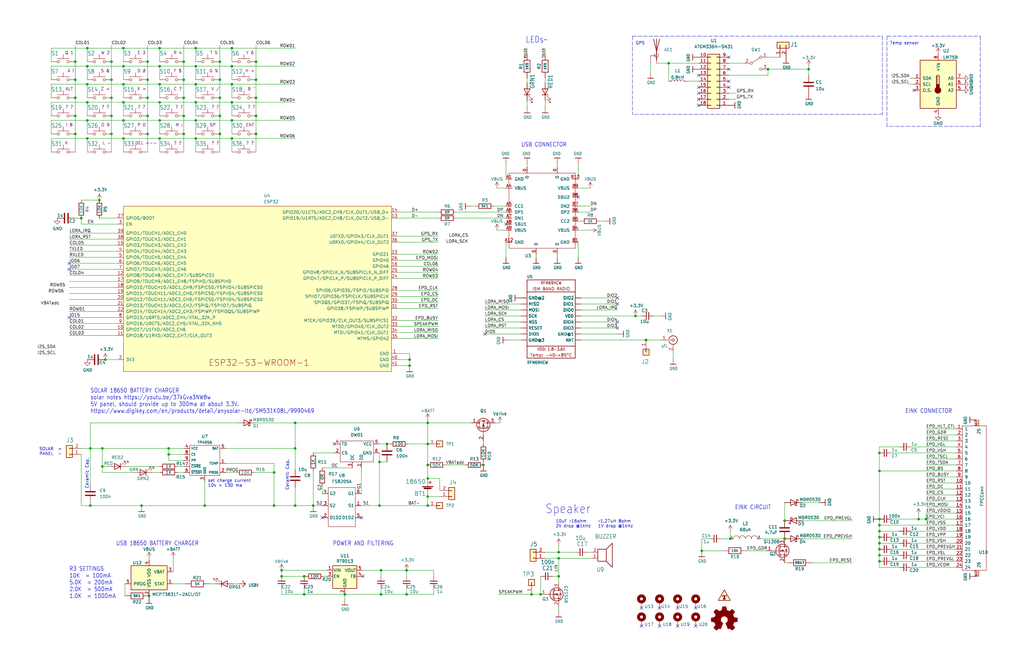
<source format=kicad_sch>
(kicad_sch (version 20211123) (generator eeschema)
  (paper "B")
  (title_block (title "ESP32 LORA Chat") (date "2022-11-21") (rev "R0.1") (company "Based on armachat, but with an ESP32 instead of ARM"))
  (junction (at 36.83 50.8))
  (junction (at 92.71 56.515))
  (junction (at 370.84 236.855))
  (junction (at 107.95 41.275))
  (junction (at 370.84 191.135))
  (junction (at 62.23 33.655))
  (junction (at 97.79 50.8))
  (junction (at 38.1 189.23))
  (junction (at 77.47 56.515))
  (junction (at 272.415 143.51))
  (junction (at 97.79 43.18))
  (junction (at 124.46 213.36))
  (junction (at 41.91 84.455))
  (junction (at 46.99 26.035))
  (junction (at 370.84 226.695))
  (junction (at 82.55 20.32))
  (junction (at 97.79 35.56))
  (junction (at 77.47 33.655))
  (junction (at 36.83 27.94))
  (junction (at 180.34 201.93))
  (junction (at 52.07 43.18))
  (junction (at 172.72 151.765))
  (junction (at 107.95 48.895))
  (junction (at 370.84 219.075))
  (junction (at 224.155 250.825))
  (junction (at 370.84 234.315))
  (junction (at 97.79 27.94))
  (junction (at 62.23 26.035))
  (junction (at 43.18 189.23))
  (junction (at 67.31 43.18))
  (junction (at 203.835 196.215))
  (junction (at 36.83 20.32))
  (junction (at 118.745 240.665))
  (junction (at 387.35 219.075))
  (junction (at 62.23 48.895))
  (junction (at 52.07 35.56))
  (junction (at 67.31 35.56))
  (junction (at 340.995 29.21))
  (junction (at 171.45 240.665))
  (junction (at 92.71 48.895))
  (junction (at 82.55 35.56))
  (junction (at 160.655 250.825))
  (junction (at 160.655 240.665))
  (junction (at 62.865 251.46))
  (junction (at 180.34 187.325))
  (junction (at 46.99 48.895))
  (junction (at 31.75 41.275))
  (junction (at 44.45 151.765))
  (junction (at 330.835 219.71))
  (junction (at 160.02 194.945))
  (junction (at 92.71 33.655))
  (junction (at 160.02 213.36))
  (junction (at 370.84 221.615))
  (junction (at 71.12 189.23))
  (junction (at 118.745 243.205))
  (junction (at 128.27 250.825))
  (junction (at 86.36 213.36))
  (junction (at 235.585 235.585))
  (junction (at 115.57 213.36))
  (junction (at 92.71 41.275))
  (junction (at 115.57 199.39))
  (junction (at 281.94 26.67))
  (junction (at 180.34 213.36))
  (junction (at 295.91 232.41))
  (junction (at 43.18 196.85))
  (junction (at 77.47 26.035))
  (junction (at 62.23 41.275))
  (junction (at 38.1 213.36))
  (junction (at 107.95 33.655))
  (junction (at 71.12 191.77))
  (junction (at 59.69 213.36))
  (junction (at 82.55 50.8))
  (junction (at 180.34 209.55))
  (junction (at 62.23 56.515))
  (junction (at 36.83 35.56))
  (junction (at 31.75 48.895))
  (junction (at 52.07 58.42))
  (junction (at 235.585 233.045))
  (junction (at 31.75 56.515))
  (junction (at 31.75 33.655))
  (junction (at 82.55 27.94))
  (junction (at 132.08 213.36))
  (junction (at 52.07 50.8))
  (junction (at 34.29 92.075))
  (junction (at 67.31 58.42))
  (junction (at 46.99 33.655))
  (junction (at 67.31 20.32))
  (junction (at 180.34 178.435))
  (junction (at 46.99 41.275))
  (junction (at 92.71 26.035))
  (junction (at 36.83 43.18))
  (junction (at 267.97 133.35))
  (junction (at 77.47 41.275))
  (junction (at 107.95 26.035))
  (junction (at 31.75 26.035))
  (junction (at 97.79 58.42))
  (junction (at 307.975 227.33))
  (junction (at 330.835 227.33))
  (junction (at 235.585 243.205))
  (junction (at 52.07 20.32))
  (junction (at 82.55 58.42))
  (junction (at 323.85 29.21))
  (junction (at 171.45 250.825))
  (junction (at 370.84 231.775))
  (junction (at 180.34 196.215))
  (junction (at 52.07 27.94))
  (junction (at 97.79 20.32))
  (junction (at 370.84 229.235))
  (junction (at 145.415 250.825))
  (junction (at 163.195 187.325))
  (junction (at 370.84 198.755))
  (junction (at 124.46 189.23))
  (junction (at 172.72 154.305))
  (junction (at 82.55 43.18))
  (junction (at 36.83 58.42))
  (junction (at 390.525 219.075))
  (junction (at 128.27 243.205))
  (junction (at 77.47 48.895))
  (junction (at 67.31 27.94))
  (junction (at 67.31 50.8))
  (junction (at 227.965 250.825))
  (junction (at 107.95 56.515))
  (junction (at 46.99 56.515))
  (junction (at 124.46 178.435))
  (junction (at 370.84 224.155))
  (no_connect (at 243.84 83.185))
  (no_connect (at 213.36 94.615))
  (no_connect (at 29.21 113.665))
  (no_connect (at 29.21 111.125))
  (no_connect (at 135.89 218.44))
  (no_connect (at 152.4 218.44))
  (no_connect (at 307.34 34.29))
  (no_connect (at 204.47 140.97))
  (no_connect (at 285.75 256.54))
  (no_connect (at 285.75 264.16))
  (no_connect (at 270.51 256.54))
  (no_connect (at 270.51 264.16))
  (no_connect (at 278.13 256.54))
  (no_connect (at 278.13 264.16))
  (no_connect (at 293.37 264.16))
  (no_connect (at 293.37 256.54))
  (no_connect (at 307.34 29.21))
  (no_connect (at 140.97 187.325))
  (no_connect (at 307.34 24.13))
  (no_connect (at 29.21 133.985))
  (no_connect (at 260.35 125.73))
  (no_connect (at 260.35 138.43))
  (no_connect (at 307.34 36.83))
  (no_connect (at 294.64 44.45))
  (no_connect (at 260.35 128.27))
  (no_connect (at 153.035 243.205))
  (no_connect (at 260.35 135.89))
  (no_connect (at 294.64 39.37))
  (no_connect (at 294.64 41.91))
  (no_connect (at 294.64 36.83))
  (no_connect (at 294.64 31.75))
  (no_connect (at 385.445 38.1))
  (wire (pts (xy 180.34 201.93) (xy 185.42 201.93)))
  (wire (pts (xy 403.225 206.375) (xy 390.525 206.375)))
  (wire (pts (xy 245.11 133.35) (xy 267.97 133.35)))
  (wire (pts (xy 36.83 27.94) (xy 36.83 33.655)))
  (wire (pts (xy 95.25 189.23) (xy 124.46 189.23)))
  (wire (pts (xy 124.46 213.36) (xy 132.08 213.36)))
  (polyline (pts (xy 372.11 15.24) (xy 372.11 48.26)))
  (wire (pts (xy 43.18 189.23) (xy 71.12 189.23)))
  (wire (pts (xy 167.64 114.935) (xy 184.785 114.935)))
  (wire (pts (xy 137.795 240.665) (xy 118.745 240.665)))
  (wire (pts (xy 67.31 43.18) (xy 82.55 43.18)))
  (wire (pts (xy 132.08 213.36) (xy 135.89 213.36)))
  (wire (pts (xy 272.415 143.51) (xy 278.765 143.51)))
  (wire (pts (xy 160.655 248.285) (xy 160.655 250.825)))
  (wire (pts (xy 78.105 246.38) (xy 73.025 246.38)))
  (wire (pts (xy 34.29 189.23) (xy 38.1 189.23)))
  (wire (pts (xy 31.75 26.035) (xy 31.75 33.655)))
  (wire (pts (xy 310.515 41.91) (xy 307.34 41.91)))
  (wire (pts (xy 172.72 154.305) (xy 167.64 154.305)))
  (wire (pts (xy 34.29 213.36) (xy 38.1 213.36)))
  (wire (pts (xy 289.56 34.29) (xy 294.64 34.29)))
  (wire (pts (xy 124.46 205.74) (xy 124.46 213.36)))
  (wire (pts (xy 74.93 196.85) (xy 77.47 196.85)))
  (wire (pts (xy 82.55 50.8) (xy 82.55 56.515)))
  (wire (pts (xy 67.31 58.42) (xy 67.31 64.135)))
  (wire (pts (xy 229.87 235.585) (xy 235.585 235.585)))
  (wire (pts (xy 167.64 142.875) (xy 184.785 142.875)))
  (wire (pts (xy 71.12 189.23) (xy 71.12 191.77)))
  (wire (pts (xy 219.71 143.51) (xy 214.63 143.51)))
  (wire (pts (xy 29.21 113.665) (xy 49.53 113.665)))
  (wire (pts (xy 97.79 20.32) (xy 124.46 20.32)))
  (wire (pts (xy 38.1 212.09) (xy 38.1 213.36)))
  (wire (pts (xy 49.53 151.765) (xy 44.45 151.765)))
  (wire (pts (xy 67.31 27.94) (xy 67.31 33.655)))
  (wire (pts (xy 107.95 56.515) (xy 107.95 64.135)))
  (wire (pts (xy 77.47 33.655) (xy 77.47 41.275)))
  (wire (pts (xy 235.585 233.045) (xy 242.57 233.045)))
  (wire (pts (xy 167.64 92.075) (xy 184.785 92.075)))
  (wire (pts (xy 56.515 199.39) (xy 43.18 199.39)))
  (wire (pts (xy 62.23 56.515) (xy 62.23 64.135)))
  (wire (pts (xy 36.83 20.32) (xy 52.07 20.32)))
  (polyline (pts (xy 266.7 15.24) (xy 266.7 48.26)))
  (wire (pts (xy 247.65 233.045) (xy 249.555 233.045)))
  (wire (pts (xy 229.87 20.32) (xy 229.87 22.86)))
  (wire (pts (xy 403.225 196.215) (xy 390.525 196.215)))
  (wire (pts (xy 82.55 43.18) (xy 82.55 48.895)))
  (wire (pts (xy 213.36 89.535) (xy 192.405 89.535)))
  (wire (pts (xy 243.84 108.585) (xy 243.84 102.235)))
  (wire (pts (xy 71.12 191.77) (xy 71.12 194.31)))
  (wire (pts (xy 77.47 26.035) (xy 77.47 33.655)))
  (wire (pts (xy 403.225 180.975) (xy 390.525 180.975)))
  (wire (pts (xy 97.79 43.18) (xy 124.46 43.18)))
  (wire (pts (xy 71.12 191.77) (xy 77.47 191.77)))
  (wire (pts (xy 21.59 50.8) (xy 36.83 50.8)))
  (wire (pts (xy 145.415 250.825) (xy 160.655 250.825)))
  (wire (pts (xy 46.99 33.655) (xy 46.99 41.275)))
  (wire (pts (xy 46.99 48.895) (xy 46.99 41.275)))
  (wire (pts (xy 49.53 94.615) (xy 34.29 94.615)))
  (wire (pts (xy 245.11 143.51) (xy 272.415 143.51)))
  (wire (pts (xy 167.64 107.315) (xy 184.785 107.315)))
  (wire (pts (xy 52.07 35.56) (xy 52.07 41.275)))
  (wire (pts (xy 74.93 199.39) (xy 77.47 199.39)))
  (wire (pts (xy 245.11 128.27) (xy 260.35 128.27)))
  (wire (pts (xy 62.23 48.895) (xy 62.23 56.515)))
  (wire (pts (xy 160.655 240.665) (xy 171.45 240.665)))
  (wire (pts (xy 46.99 48.895) (xy 46.99 56.515)))
  (wire (pts (xy 379.095 188.595) (xy 370.84 188.595)))
  (wire (pts (xy 213.36 108.585) (xy 213.36 102.235)))
  (polyline (pts (xy 374.015 15.24) (xy 374.015 53.34)))
  (wire (pts (xy 62.23 33.655) (xy 62.23 41.275)))
  (wire (pts (xy 379.095 234.315) (xy 370.84 234.315)))
  (wire (pts (xy 118.745 248.285) (xy 118.745 250.825)))
  (wire (pts (xy 248.92 97.155) (xy 243.84 97.155)))
  (wire (pts (xy 82.55 27.94) (xy 97.79 27.94)))
  (wire (pts (xy 213.36 92.075) (xy 192.405 92.075)))
  (wire (pts (xy 38.1 189.23) (xy 43.18 189.23)))
  (wire (pts (xy 67.31 20.32) (xy 82.55 20.32)))
  (wire (pts (xy 412.75 177.165) (xy 411.48 177.165)))
  (wire (pts (xy 235.585 245.745) (xy 235.585 243.205)))
  (wire (pts (xy 243.84 75.565) (xy 243.84 69.215)))
  (wire (pts (xy 307.34 26.67) (xy 313.69 26.67)))
  (wire (pts (xy 82.55 50.8) (xy 97.79 50.8)))
  (wire (pts (xy 233.045 243.205) (xy 235.585 243.205)))
  (wire (pts (xy 92.71 26.035) (xy 92.71 33.655)))
  (wire (pts (xy 97.79 35.56) (xy 124.46 35.56)))
  (wire (pts (xy 34.29 191.77) (xy 34.29 213.36)))
  (wire (pts (xy 118.745 240.665) (xy 118.745 243.205)))
  (wire (pts (xy 31.75 48.895) (xy 31.75 41.275)))
  (wire (pts (xy 370.84 239.395) (xy 370.84 236.855)))
  (wire (pts (xy 31.75 26.035) (xy 31.75 19.05)))
  (wire (pts (xy 77.47 48.895) (xy 77.47 56.515)))
  (wire (pts (xy 132.08 198.755) (xy 132.08 213.36)))
  (wire (pts (xy 136.525 243.205) (xy 137.795 243.205)))
  (wire (pts (xy 307.975 224.155) (xy 307.975 227.33)))
  (wire (pts (xy 29.21 118.745) (xy 49.53 118.745)))
  (wire (pts (xy 379.095 224.155) (xy 370.84 224.155)))
  (wire (pts (xy 153.035 240.665) (xy 160.655 240.665)))
  (wire (pts (xy 248.92 79.375) (xy 243.84 79.375)))
  (wire (pts (xy 52.07 20.32) (xy 67.31 20.32)))
  (wire (pts (xy 21.59 20.32) (xy 36.83 20.32)))
  (wire (pts (xy 62.23 19.05) (xy 62.23 26.035)))
  (wire (pts (xy 77.47 56.515) (xy 77.47 64.135)))
  (wire (pts (xy 97.79 58.42) (xy 97.79 64.135)))
  (wire (pts (xy 180.34 177.165) (xy 180.34 178.435)))
  (wire (pts (xy 46.99 56.515) (xy 46.99 64.135)))
  (wire (pts (xy 185.42 201.93) (xy 185.42 207.01)))
  (wire (pts (xy 370.84 236.855) (xy 370.84 234.315)))
  (wire (pts (xy 92.71 48.895) (xy 92.71 41.275)))
  (wire (pts (xy 403.225 188.595) (xy 384.175 188.595)))
  (wire (pts (xy 52.07 20.32) (xy 52.07 26.035)))
  (wire (pts (xy 21.59 27.94) (xy 36.83 27.94)))
  (wire (pts (xy 92.71 56.515) (xy 92.71 64.135)))
  (wire (pts (xy 403.225 234.315) (xy 384.175 234.315)))
  (wire (pts (xy 62.865 251.46) (xy 62.865 252.095)))
  (wire (pts (xy 107.315 199.39) (xy 115.57 199.39)))
  (wire (pts (xy 34.29 84.455) (xy 41.91 84.455)))
  (wire (pts (xy 274.32 26.67) (xy 274.32 30.48)))
  (wire (pts (xy 82.55 35.56) (xy 97.79 35.56)))
  (wire (pts (xy 36.83 27.94) (xy 52.07 27.94)))
  (wire (pts (xy 245.11 135.89) (xy 260.35 135.89)))
  (wire (pts (xy 21.59 50.8) (xy 21.59 56.515)))
  (wire (pts (xy 36.83 43.18) (xy 52.07 43.18)))
  (wire (pts (xy 180.34 209.55) (xy 180.34 213.36)))
  (wire (pts (xy 124.46 178.435) (xy 124.46 189.23)))
  (wire (pts (xy 370.84 221.615) (xy 370.84 219.075)))
  (wire (pts (xy 340.995 27.94) (xy 340.995 29.21)))
  (wire (pts (xy 82.55 58.42) (xy 82.55 64.135)))
  (wire (pts (xy 370.84 226.695) (xy 370.84 224.155)))
  (wire (pts (xy 152.4 213.36) (xy 160.02 213.36)))
  (wire (pts (xy 234.95 70.485) (xy 234.95 69.215)))
  (wire (pts (xy 52.07 64.135) (xy 52.07 58.42)))
  (wire (pts (xy 52.07 56.515) (xy 52.07 50.8)))
  (wire (pts (xy 370.84 229.235) (xy 370.84 226.695)))
  (wire (pts (xy 38.1 178.435) (xy 100.33 178.435)))
  (wire (pts (xy 36.83 43.18) (xy 36.83 48.895)))
  (wire (pts (xy 310.515 39.37) (xy 307.34 39.37)))
  (wire (pts (xy 370.84 198.755) (xy 370.84 191.135)))
  (wire (pts (xy 29.21 139.065) (xy 49.53 139.065)))
  (wire (pts (xy 128.27 248.285) (xy 128.27 250.825)))
  (wire (pts (xy 167.64 135.255) (xy 184.785 135.255)))
  (polyline (pts (xy 413.385 15.24) (xy 413.385 53.34)))
  (wire (pts (xy 180.34 196.215) (xy 180.34 201.93)))
  (wire (pts (xy 29.21 128.905) (xy 49.53 128.905)))
  (wire (pts (xy 171.45 240.665) (xy 182.88 240.665)))
  (wire (pts (xy 107.95 178.435) (xy 124.46 178.435)))
  (wire (pts (xy 38.1 189.23) (xy 38.1 204.47)))
  (wire (pts (xy 21.59 33.655) (xy 21.59 27.94)))
  (wire (pts (xy 213.36 86.995) (xy 208.28 86.995)))
  (wire (pts (xy 115.57 199.39) (xy 115.57 213.36)))
  (wire (pts (xy 29.21 106.045) (xy 49.53 106.045)))
  (wire (pts (xy 82.55 27.94) (xy 82.55 33.655)))
  (wire (pts (xy 107.95 26.035) (xy 107.95 33.655)))
  (wire (pts (xy 163.195 187.325) (xy 164.465 187.325)))
  (wire (pts (xy 98.425 246.38) (xy 100.965 246.38)))
  (wire (pts (xy 21.59 48.895) (xy 21.59 43.18)))
  (wire (pts (xy 107.95 48.895) (xy 107.95 56.515)))
  (wire (pts (xy 403.225 191.135) (xy 375.92 191.135)))
  (wire (pts (xy 403.225 201.295) (xy 390.525 201.295)))
  (wire (pts (xy 219.71 140.97) (xy 204.47 140.97)))
  (wire (pts (xy 167.64 125.095) (xy 184.785 125.095)))
  (wire (pts (xy 342.265 237.49) (xy 359.41 237.49)))
  (wire (pts (xy 370.84 198.755) (xy 370.84 219.075)))
  (wire (pts (xy 49.53 92.075) (xy 41.91 92.075)))
  (wire (pts (xy 370.84 224.155) (xy 370.84 221.615)))
  (wire (pts (xy 383.54 33.02) (xy 385.445 33.02)))
  (wire (pts (xy 62.23 26.035) (xy 62.23 33.655)))
  (wire (pts (xy 46.99 26.035) (xy 46.99 33.655)))
  (wire (pts (xy 107.95 26.035) (xy 107.95 19.05)))
  (wire (pts (xy 29.21 121.285) (xy 49.53 121.285)))
  (wire (pts (xy 29.21 116.205) (xy 49.53 116.205)))
  (wire (pts (xy 248.92 89.535) (xy 243.84 89.535)))
  (wire (pts (xy 403.225 224.155) (xy 384.175 224.155)))
  (wire (pts (xy 171.45 250.825) (xy 182.88 250.825)))
  (wire (pts (xy 323.85 24.13) (xy 328.93 24.13)))
  (wire (pts (xy 182.88 250.825) (xy 182.88 248.285)))
  (wire (pts (xy 29.21 108.585) (xy 49.53 108.585)))
  (wire (pts (xy 160.02 213.36) (xy 160.02 194.945)))
  (wire (pts (xy 172.085 187.325) (xy 180.34 187.325)))
  (wire (pts (xy 128.27 250.825) (xy 145.415 250.825)))
  (wire (pts (xy 167.64 130.175) (xy 184.785 130.175)))
  (wire (pts (xy 97.79 27.94) (xy 124.46 27.94)))
  (wire (pts (xy 295.91 227.33) (xy 295.91 232.41)))
  (wire (pts (xy 82.55 20.32) (xy 82.55 26.035)))
  (wire (pts (xy 29.21 136.525) (xy 49.53 136.525)))
  (wire (pts (xy 281.94 26.67) (xy 281.94 34.29)))
  (wire (pts (xy 21.59 58.42) (xy 21.59 64.135)))
  (wire (pts (xy 338.455 212.09) (xy 345.44 212.09)))
  (wire (pts (xy 379.095 229.235) (xy 370.84 229.235)))
  (wire (pts (xy 86.36 203.2) (xy 86.36 213.36)))
  (wire (pts (xy 92.71 33.655) (xy 92.71 41.275)))
  (wire (pts (xy 52.705 246.38) (xy 52.705 251.46)))
  (polyline (pts (xy 372.11 48.26) (xy 266.7 48.26)))
  (wire (pts (xy 222.25 70.485) (xy 222.25 69.215)))
  (wire (pts (xy 36.83 35.56) (xy 36.83 41.275)))
  (wire (pts (xy 180.34 178.435) (xy 198.755 178.435)))
  (wire (pts (xy 403.225 183.515) (xy 390.525 183.515)))
  (wire (pts (xy 227.965 243.205) (xy 227.965 250.825)))
  (wire (pts (xy 304.165 227.33) (xy 307.975 227.33)))
  (wire (pts (xy 115.57 213.36) (xy 124.46 213.36)))
  (wire (pts (xy 267.97 133.35) (xy 270.51 133.35)))
  (wire (pts (xy 229.87 45.085) (xy 229.87 42.545)))
  (wire (pts (xy 390.525 219.075) (xy 403.225 219.075)))
  (wire (pts (xy 375.92 219.075) (xy 387.35 219.075)))
  (wire (pts (xy 180.34 209.55) (xy 185.42 209.55)))
  (wire (pts (xy 77.47 48.895) (xy 77.47 41.275)))
  (polyline (pts (xy 266.7 15.24) (xy 372.11 15.24)))
  (wire (pts (xy 276.86 26.67) (xy 281.94 26.67)))
  (wire (pts (xy 222.25 33.02) (xy 222.25 34.925)))
  (wire (pts (xy 204.47 130.81) (xy 219.71 130.81)))
  (wire (pts (xy 208.915 178.435) (xy 210.82 178.435)))
  (wire (pts (xy 31.75 56.515) (xy 31.75 64.135)))
  (wire (pts (xy 229.87 233.045) (xy 235.585 233.045)))
  (wire (pts (xy 92.71 48.895) (xy 92.71 56.515)))
  (wire (pts (xy 245.11 130.81) (xy 260.35 130.81)))
  (wire (pts (xy 403.225 239.395) (xy 384.175 239.395)))
  (wire (pts (xy 107.95 48.895) (xy 107.95 41.275)))
  (wire (pts (xy 167.64 137.795) (xy 184.785 137.795)))
  (wire (pts (xy 124.46 178.435) (xy 180.34 178.435)))
  (polyline (pts (xy 413.385 53.34) (xy 374.015 53.34)))
  (wire (pts (xy 34.29 92.075) (xy 34.29 94.615)))
  (wire (pts (xy 412.75 243.205) (xy 411.48 243.205)))
  (wire (pts (xy 29.21 123.825) (xy 49.53 123.825)))
  (wire (pts (xy 43.18 189.23) (xy 43.18 196.85)))
  (wire (pts (xy 67.31 50.8) (xy 67.31 56.515)))
  (wire (pts (xy 403.225 203.835) (xy 390.525 203.835)))
  (wire (pts (xy 67.31 50.8) (xy 82.55 50.8)))
  (wire (pts (xy 36.83 58.42) (xy 52.07 58.42)))
  (wire (pts (xy 167.64 117.475) (xy 184.785 117.475)))
  (wire (pts (xy 31.75 92.075) (xy 34.29 92.075)))
  (wire (pts (xy 160.02 194.945) (xy 160.02 191.135)))
  (wire (pts (xy 29.21 141.605) (xy 49.53 141.605)))
  (wire (pts (xy 167.64 109.855) (xy 184.785 109.855)))
  (wire (pts (xy 160.655 250.825) (xy 171.45 250.825)))
  (wire (pts (xy 67.31 20.32) (xy 67.31 26.035)))
  (wire (pts (xy 200.66 86.995) (xy 198.755 86.995)))
  (wire (pts (xy 52.07 35.56) (xy 67.31 35.56)))
  (wire (pts (xy 307.34 31.75) (xy 323.85 31.75)))
  (wire (pts (xy 254.635 93.345) (xy 252.73 93.345)))
  (wire (pts (xy 390.525 216.535) (xy 403.225 216.535)))
  (wire (pts (xy 62.865 235.585) (xy 62.865 236.22)))
  (wire (pts (xy 62.23 48.895) (xy 62.23 41.275)))
  (wire (pts (xy 204.47 138.43) (xy 219.71 138.43)))
  (wire (pts (xy 118.745 243.205) (xy 128.27 243.205)))
  (wire (pts (xy 59.69 213.36) (xy 86.36 213.36)))
  (wire (pts (xy 167.64 122.555) (xy 184.785 122.555)))
  (wire (pts (xy 36.83 20.32) (xy 36.83 26.035)))
  (wire (pts (xy 295.91 227.33) (xy 299.085 227.33)))
  (wire (pts (xy 403.225 186.055) (xy 390.525 186.055)))
  (wire (pts (xy 36.83 56.515) (xy 36.83 50.8)))
  (wire (pts (xy 67.31 35.56) (xy 67.31 41.275)))
  (wire (pts (xy 167.64 127.635) (xy 184.785 127.635)))
  (wire (pts (xy 38.1 189.23) (xy 38.1 178.435)))
  (wire (pts (xy 31.75 33.655) (xy 31.75 41.275)))
  (wire (pts (xy 97.79 35.56) (xy 97.79 41.275)))
  (wire (pts (xy 379.095 239.395) (xy 370.84 239.395)))
  (wire (pts (xy 71.12 189.23) (xy 77.47 189.23)))
  (wire (pts (xy 145.415 250.825) (xy 145.415 252.73)))
  (wire (pts (xy 43.18 196.85) (xy 45.72 196.85)))
  (wire (pts (xy 338.455 219.71) (xy 359.41 219.71)))
  (wire (pts (xy 403.225 213.995) (xy 390.525 213.995)))
  (wire (pts (xy 21.59 58.42) (xy 36.83 58.42)))
  (wire (pts (xy 403.225 198.755) (xy 370.84 198.755)))
  (wire (pts (xy 167.64 112.395) (xy 184.785 112.395)))
  (wire (pts (xy 172.72 151.765) (xy 172.72 154.305)))
  (wire (pts (xy 52.07 43.18) (xy 67.31 43.18)))
  (wire (pts (xy 235.585 235.585) (xy 235.585 243.205)))
  (wire (pts (xy 314.96 232.41) (xy 323.215 232.41)))
  (wire (pts (xy 387.35 219.075) (xy 390.525 219.075)))
  (wire (pts (xy 97.79 50.8) (xy 97.79 56.515)))
  (wire (pts (xy 52.07 43.18) (xy 52.07 48.895)))
  (wire (pts (xy 90.805 246.38) (xy 88.265 246.38)))
  (wire (pts (xy 43.18 199.39) (xy 43.18 196.85)))
  (wire (pts (xy 403.225 221.615) (xy 370.84 221.615)))
  (wire (pts (xy 29.21 100.965) (xy 49.53 100.965)))
  (wire (pts (xy 210.185 250.825) (xy 224.155 250.825)))
  (wire (pts (xy 222.25 45.085) (xy 222.25 42.545)))
  (wire (pts (xy 275.59 133.35) (xy 278.13 133.35)))
  (wire (pts (xy 234.95 108.585) (xy 234.95 107.315)))
  (wire (pts (xy 403.225 236.855) (xy 375.92 236.855)))
  (wire (pts (xy 21.59 26.035) (xy 21.59 20.32)))
  (wire (pts (xy 167.64 99.695) (xy 184.785 99.695)))
  (wire (pts (xy 67.31 43.18) (xy 67.31 48.895)))
  (wire (pts (xy 82.55 20.32) (xy 97.79 20.32)))
  (wire (pts (xy 248.92 86.995) (xy 243.84 86.995)))
  (wire (pts (xy 187.96 196.215) (xy 196.215 196.215)))
  (wire (pts (xy 160.02 194.945) (xy 163.195 194.945)))
  (wire (pts (xy 245.11 140.97) (xy 260.35 140.97)))
  (wire (pts (xy 171.45 250.825) (xy 171.45 248.285)))
  (wire (pts (xy 213.36 79.375) (xy 209.55 79.375)))
  (wire (pts (xy 370.84 234.315) (xy 370.84 231.775)))
  (wire (pts (xy 219.71 128.27) (xy 204.47 128.27)))
  (wire (pts (xy 29.21 111.125) (xy 49.53 111.125)))
  (wire (pts (xy 383.54 35.56) (xy 385.445 35.56)))
  (wire (pts (xy 38.1 213.36) (xy 59.69 213.36)))
  (wire (pts (xy 203.835 196.215) (xy 203.835 194.945)))
  (wire (pts (xy 97.79 50.8) (xy 124.46 50.8)))
  (wire (pts (xy 107.95 33.655) (xy 107.95 41.275)))
  (wire (pts (xy 97.79 58.42) (xy 124.46 58.42)))
  (wire (pts (xy 97.79 43.18) (xy 97.79 48.895)))
  (wire (pts (xy 180.34 178.435) (xy 180.34 187.325)))
  (wire (pts (xy 163.195 187.325) (xy 160.02 187.325)))
  (wire (pts (xy 77.47 194.31) (xy 71.12 194.31)))
  (wire (pts (xy 73.025 235.585) (xy 73.025 241.3)))
  (wire (pts (xy 53.34 196.85) (xy 67.31 196.85)))
  (wire (pts (xy 235.585 255.905) (xy 235.585 257.81)))
  (wire (pts (xy 160.655 240.665) (xy 160.655 243.205)))
  (wire (pts (xy 36.83 58.42) (xy 36.83 64.135)))
  (wire (pts (xy 77.47 19.05) (xy 77.47 26.035)))
  (wire (pts (xy 340.995 29.21) (xy 340.995 31.75)))
  (wire (pts (xy 403.225 193.675) (xy 390.525 193.675)))
  (wire (pts (xy 245.11 138.43) (xy 260.35 138.43)))
  (wire (pts (xy 403.225 208.915) (xy 390.525 208.915)))
  (wire (pts (xy 235.585 235.585) (xy 249.555 235.585)))
  (wire (pts (xy 29.21 131.445) (xy 49.53 131.445)))
  (wire (pts (xy 213.36 97.155) (xy 209.55 97.155)))
  (wire (pts (xy 167.64 151.765) (xy 172.72 151.765)))
  (wire (pts (xy 52.07 50.8) (xy 67.31 50.8)))
  (wire (pts (xy 245.11 125.73) (xy 260.35 125.73)))
  (wire (pts (xy 21.59 43.18) (xy 36.83 43.18)))
  (wire (pts (xy 320.675 227.33) (xy 330.835 227.33)))
  (wire (pts (xy 95.25 199.39) (xy 99.695 199.39)))
  (polyline (pts (xy 374.015 15.24) (xy 413.385 15.24)))
  (wire (pts (xy 330.835 237.49) (xy 332.105 237.49)))
  (wire (pts (xy 82.55 43.18) (xy 97.79 43.18)))
  (wire (pts (xy 229.87 33.02) (xy 229.87 34.925)))
  (wire (pts (xy 64.135 199.39) (xy 67.31 199.39)))
  (wire (pts (xy 67.31 58.42) (xy 82.55 58.42)))
  (wire (pts (xy 330.835 212.09) (xy 330.835 219.71)))
  (wire (pts (xy 21.59 41.275) (xy 21.59 35.56)))
  (wire (pts (xy 82.55 35.56) (xy 82.55 41.275)))
  (wire (pts (xy 31.75 48.895) (xy 31.75 56.515)))
  (wire (pts (xy 92.71 26.035) (xy 92.71 19.05)))
  (wire (pts (xy 323.85 31.75) (xy 323.85 29.21)))
  (wire (pts (xy 182.88 240.665) (xy 182.88 243.205)))
  (wire (pts (xy 97.79 27.94) (xy 97.79 33.655)))
  (wire (pts (xy 167.64 89.535) (xy 184.785 89.535)))
  (wire (pts (xy 82.55 58.42) (xy 97.79 58.42)))
  (wire (pts (xy 148.59 197.485) (xy 135.89 197.485)))
  (wire (pts (xy 390.525 219.075) (xy 390.525 216.535)))
  (wire (pts (xy 167.64 140.335) (xy 184.785 140.335)))
  (wire (pts (xy 403.225 229.235) (xy 384.175 229.235)))
  (wire (pts (xy 124.46 189.23) (xy 124.46 198.12)))
  (wire (pts (xy 132.08 191.135) (xy 140.97 191.135)))
  (wire (pts (xy 222.25 20.32) (xy 222.25 22.86)))
  (wire (pts (xy 172.72 149.225) (xy 167.64 149.225)))
  (wire (pts (xy 167.64 102.235) (xy 184.785 102.235)))
  (wire (pts (xy 52.07 58.42) (xy 67.31 58.42)))
  (wire (pts (xy 387.35 217.17) (xy 387.35 219.075)))
  (wire (pts (xy 403.225 211.455) (xy 390.525 211.455)))
  (wire (pts (xy 403.225 231.775) (xy 375.92 231.775)))
  (wire (pts (xy 115.57 195.58) (xy 115.57 199.39)))
  (wire (pts (xy 281.94 26.67) (xy 294.64 26.67)))
  (wire (pts (xy 204.47 135.89) (xy 219.71 135.89)))
  (wire (pts (xy 29.21 126.365) (xy 49.53 126.365)))
  (wire (pts (xy 36.83 35.56) (xy 52.07 35.56)))
  (wire (pts (xy 118.745 250.825) (xy 128.27 250.825)))
  (wire (pts (xy 203.835 187.325) (xy 203.835 186.055)))
  (wire (pts (xy 160.02 213.36) (xy 180.34 213.36)))
  (wire (pts (xy 172.72 149.225) (xy 172.72 151.765)))
  (wire (pts (xy 403.225 226.695) (xy 375.92 226.695)))
  (wire (pts (xy 370.84 231.775) (xy 370.84 229.235)))
  (wire (pts (xy 224.155 250.825) (xy 227.965 250.825)))
  (wire (pts (xy 226.06 108.585) (xy 226.06 107.315)))
  (wire (pts (xy 135.89 205.105) (xy 135.89 208.28)))
  (wire (pts (xy 283.845 148.59) (xy 283.845 151.13)))
  (wire (pts (xy 29.21 103.505) (xy 49.53 103.505)))
  (wire (pts (xy 213.36 75.565) (xy 213.36 69.215)))
  (wire (pts (xy 67.31 27.94) (xy 82.55 27.94)))
  (wire (pts (xy 36.83 50.8) (xy 52.07 50.8)))
  (wire (pts (xy 152.4 197.485) (xy 152.4 208.28)))
  (wire (pts (xy 95.25 195.58) (xy 115.57 195.58)))
  (wire (pts (xy 52.07 27.94) (xy 52.07 33.655)))
  (wire (pts (xy 370.84 191.135) (xy 370.84 188.595)))
  (wire (pts (xy 180.34 187.325) (xy 180.34 196.215)))
  (wire (pts (xy 21.59 35.56) (xy 36.83 35.56)))
  (wire (pts (xy 204.47 133.35) (xy 219.71 133.35)))
  (wire (pts (xy 86.36 213.36) (xy 115.57 213.36)))
  (wire (pts (xy 97.79 20.32) (xy 97.79 26.035)))
  (wire (pts (xy 29.21 133.985) (xy 49.53 133.985)))
  (wire (pts (xy 235.585 229.87) (xy 235.585 233.045)))
  (wire (pts (xy 323.85 29.21) (xy 340.995 29.21)))
  (wire (pts (xy 245.11 93.345) (xy 243.84 93.345)))
  (wire (pts (xy 128.27 243.205) (xy 128.905 243.205)))
  (wire (pts (xy 171.45 240.665) (xy 171.45 243.205)))
  (wire (pts (xy 67.31 35.56) (xy 82.55 35.56)))
  (wire (pts (xy 29.21 98.425) (xy 49.53 98.425)))
  (wire (pts (xy 52.07 27.94) (xy 67.31 27.94)))
  (wire (pts (xy 46.99 26.035) (xy 46.99 19.05)))
  (wire (pts (xy 295.91 232.41) (xy 304.8 232.41)))
  (wire (pts (xy 338.455 227.33) (xy 359.41 227.33)))
  (text "Speaker" (at 229.87 217.17 180) (effects (font (size 3.81 3.2385)) (justify left bottom)))
  (text "LEDs~~{}" (at 221.615 18.415 0) (effects (font (size 2.54 2.159)) (justify left bottom)))
  (text "GPS" (at 267.97 19.05 0) (effects (font (size 1.27 1.27)) (justify left bottom)))
  (text "Temp sensor" (at 375.285 19.05 0) (effects (font (size 1.27 1.27)) (justify left bottom)))
  (text "EINK CIRCUIT" (at 309.88 215.265 180) (effects (font (size 1.778 1.5113)) (justify left bottom)))
  (text "Ceramic Cap." (at 37.465 206.375 90) (effects (font (size 1.27 1.27)) (justify left bottom)))
  (text "EINK CONNECTOR" (at 381.635 174.625 180) (effects (font (size 1.778 1.5113)) (justify left bottom)))
  (text "set charge current\n10k = 130 ma" (at 87.63 205.74 0) (effects (font (size 1.27 1.27)) (justify left bottom)))
  (text "Ceramic Cap." (at 121.92 207.01 90) (effects (font (size 1.27 1.27)) (justify left bottom)))
  (text "~1.27uH 8ohm \n1V drop @1kHz" (at 252.095 222.885 0) (effects (font (size 1.27 1.27)) (justify left bottom)))
  (text "10uF ~16ohm \n2V drop @1kHz" (at 234.315 222.885 0) (effects (font (size 1.27 1.27)) (justify left bottom)))
  (text "USB CONNECTOR" (at 219.71 62.23 180) (effects (font (size 1.778 1.5113)) (justify left bottom)))
  (text "R3 SETTINGS\n10K  = 100mA\n5.0K  = 200mA\n2.0K  = 500mA\n1.0K  = 1000mA" (at 29.21 252.73 0) (effects (font (size 1.778 1.5113)) (justify left bottom)))
  (text "POWER AND FILTERING" (at 140.335 230.505 180) (effects (font (size 1.778 1.5113)) (justify left bottom)))
  (text "SOLAR 18650 BATTERY CHARGER\nsolar notes https://youtu.be/37kGva3NW8w\n5V panel, should provide up to 300ma at about 3.3V. \nhttps://www.digikey.com/en/products/detail/anysolar-ltd/SM531K08L/9990469" (at 38.1 174.625 0) (effects (font (size 1.778 1.5113)) (justify left bottom)))
  (text "SOLAR  +\nPANEL  -" (at 16.51 192.405 0) (effects (font (size 1.27 1.27)) (justify left bottom)))
  (text "USB 18650 BATTERY CHARGER" (at 48.895 230.505 180) (effects (font (size 1.778 1.5113)) (justify left bottom)))
  (label "ROW01" (at 29.21 131.445 0))
  (label "ROW04" (at 184.785 114.935 180))
  (label "LORA_SCK" (at 197.485 102.87 180) (effects (font (size 1.2446 1.2446))))
  (label "TXLED" (at 229.87 20.32 270) (effects (font (size 0.889 0.889))))
  (label "EPD_HLT_CTL" (at 390.525 180.975 0))
  (label "TXLED" (at 29.21 106.045 0))
  (label "LORA_MOSI" (at 184.785 142.875 180) (effects (font (size 1.2446 1.2446))))
  (label "GPS_RX" (at 310.515 39.37 0))
  (label "EPD_VCOM" (at 390.525 239.395 0))
  (label "EPD_GDR" (at 314.96 232.41 0))
  (label "I2S_SDA" (at 383.54 33.02 180))
  (label "EPD_VSL" (at 390.525 234.315 0))
  (label "S1" (at 153.035 213.36 0))
  (label "EPD_TSDA" (at 390.525 196.215 0))
  (label "EPD_MOSI" (at 390.525 213.995 0))
  (label "LORA_CS" (at 197.485 100.33 180) (effects (font (size 1.2446 1.2446))))
  (label "DP" (at 209.55 89.535 0))
  (label "EPD_GDR" (at 390.525 183.515 0))
  (label "EPD_RESE" (at 390.525 186.055 0))
  (label "IO06" (at 29.21 111.125 0))
  (label "DIO2" (at 260.35 125.73 180) (effects (font (size 1.2446 1.2446))))
  (label "EPD_PREVGL" (at 359.41 219.71 180))
  (label "LORA_MISO" (at 204.47 128.27 0) (effects (font (size 1.2446 1.2446))))
  (label "EPD_BUSY" (at 390.525 201.295 0))
  (label "BAT-" (at 172.085 213.36 0))
  (label "VBATadc" (at 17.145 128.905 0))
  (label "DP" (at 248.92 89.535 0))
  (label "COL01" (at 31.75 19.05 0) (effects (font (size 1.2446 1.2446))))
  (label "EPD_CLK" (at 184.785 122.555 180))
  (label "DN" (at 209.55 92.075 0))
  (label "DIO1" (at 260.35 128.27 180) (effects (font (size 1.2446 1.2446))))
  (label "EPD_VDD" (at 390.525 224.155 0))
  (label "COL06" (at 107.95 19.05 0) (effects (font (size 1.2446 1.2446))))
  (label "EPD_PREVGL" (at 390.525 236.855 0))
  (label "EPD_CS" (at 390.525 208.915 0))
  (label "VBATadc" (at 187.96 196.215 0))
  (label "DIO5" (at 204.47 140.97 0) (effects (font (size 1.2446 1.2446))))
  (label "EPD_BS" (at 390.525 198.755 0))
  (label "COL04" (at 29.21 116.205 0))
  (label "IO15" (at 29.21 133.985 0))
  (label "SPEAKPWM" (at 184.785 137.795 180))
  (label "EPD_VDDIO" (at 390.525 216.535 0))
  (label "EPD_DC" (at 184.785 127.635 180))
  (label "LORA_RST" (at 29.21 100.965 0) (effects (font (size 1.2446 1.2446))))
  (label "ROW06" (at 124.46 58.42 180) (effects (font (size 1.2446 1.2446))))
  (label "ROW05" (at 20.955 121.285 0))
  (label "LORA_RST" (at 204.47 138.43 0) (effects (font (size 1.2446 1.2446))))
  (label "EPD_VCI" (at 390.525 219.075 0))
  (label "COL02" (at 46.99 19.05 0) (effects (font (size 1.2446 1.2446))))
  (label "D+" (at 176.53 89.535 180) (effects (font (size 1.2446 1.2446))))
  (label "COL04" (at 77.47 19.05 0) (effects (font (size 1.2446 1.2446))))
  (label "EPD_PREVGH" (at 390.525 231.775 0))
  (label "EN" (at 36.83 94.615 0))
  (label "ROW06" (at 20.32 123.825 0))
  (label "ROW05" (at 124.46 50.8 180) (effects (font (size 1.2446 1.2446))))
  (label "COL01" (at 29.21 136.525 0))
  (label "EPD_VSS" (at 390.525 221.615 0))
  (label "DN" (at 248.92 86.995 0))
  (label "ROW03" (at 124.46 35.56 180) (effects (font (size 1.2446 1.2446))))
  (label "LORA_SCK" (at 204.47 133.35 0) (effects (font (size 1.2446 1.2446))))
  (label "DIO4" (at 260.35 135.89 180) (effects (font (size 1.2446 1.2446))))
  (label "LORA_CS" (at 204.47 135.89 0) (effects (font (size 1.2446 1.2446))))
  (label "GPS_TX" (at 184.785 102.235 180))
  (label "EPD_RST" (at 184.785 130.175 180))
  (label "RXLED" (at 222.25 20.32 270) (effects (font (size 0.889 0.889))))
  (label "LORA_IRQ" (at 29.21 98.425 0))
  (label "COL06" (at 184.785 112.395 180))
  (label "EPD_VSH" (at 390.476 229.235 0))
  (label "EPD_DC" (at 390.525 206.375 0))
  (label "ROW01" (at 124.46 20.32 180) (effects (font (size 1.2446 1.2446))))
  (label "LORA_MISO" (at 184.785 140.335 180) (effects (font (size 1.2446 1.2446))))
  (label "EPD_TSCL" (at 390.525 193.675 0))
  (label "G2" (at 135.89 207.01 90))
  (label "COL05" (at 29.21 103.505 0))
  (label "ROW02" (at 184.785 107.315 180))
  (label "PROG" (at 95.25 199.39 0))
  (label "GPS_TX" (at 310.515 41.91 0))
  (label "EPD_BUSY" (at 184.785 135.255 180))
  (label "G1" (at 152.4 206.375 90))
  (label "RXLED" (at 29.21 108.585 0))
  (label "I2S_SDA" (at 23.495 147.32 180))
  (label "OC" (at 139.7 197.485 0))
  (label "EPD_CLK" (at 390.525 211.455 0))
  (label "COL05" (at 92.71 19.05 0) (effects (font (size 1.2446 1.2446))))
  (label "EPD_RESE" (at 359.41 237.49 180))
  (label "EPD_VGH" (at 390.525 191.135 0))
  (label "I2S_SCL" (at 23.495 149.86 180))
  (label "EPD_RST" (at 390.525 203.835 0))
  (label "COL03" (at 62.23 19.05 0) (effects (font (size 1.2446 1.2446))))
  (label "SPEAKPWM" (at 210.185 250.825 0) (effects (font (size 1.2446 1.2446))))
  (label "LIN" (at 235.585 241.3 90) (effects (font (size 1.2446 1.2446))))
  (label "D-" (at 176.53 92.075 180) (effects (font (size 1.2446 1.2446))))
  (label "ROW02" (at 124.46 27.94 180) (effects (font (size 1.2446 1.2446))))
  (label "EPD_CS" (at 184.785 125.095 180))
  (label "ROW03" (at 184.785 117.475 180))
  (label "EPD_PREVGH" (at 359.41 227.33 180))
  (label "GPS_RX" (at 184.785 99.695 180))
  (label "EPD_MOSI" (at 184.785 109.855 180))
  (label "COL03" (at 29.21 141.605 0))
  (label "ROW04" (at 124.46 43.18 180) (effects (font (size 1.2446 1.2446))))
  (label "COL02" (at 29.21 139.065 0))
  (label "IO07" (at 29.21 113.665 0))
  (label "S2" (at 133.35 213.36 0))
  (label "DIO3" (at 260.35 138.43 180) (effects (font (size 1.2446 1.2446))))
  (label "EPD_VPP" (at 390.476 226.695 0))
  (label "LORA_MOSI" (at 204.47 130.81 0) (effects (font (size 1.2446 1.2446))))
  (label "I2S_SCL" (at 383.54 35.56 180))
  (label "EPD_VGL" (at 390.525 188.595 0))
  (label "LORA_IRQ" (at 260.35 130.81 180) (effects (font (size 1.2446 1.2446))))
  (symbol (lib_id "armachat-eagle-import:GND") (at 368.3 219.075 270) (unit 1)
    (property "Reference" "#U$030" (effects hide))
    (property "Value" "GND" (at 365.76 217.551 0) (effects (font (size 1.27 1.0795)) (justify left bottom)))
    (property "Footprint" "armachat:" (effects hide))
  )
  (symbol (lib_id "armachat-eagle-import:GND") (at 132.08 215.9 0) (unit 1)
    (property "Reference" "#U$029" (effects hide))
    (property "Value" "GND" (at 130.556 218.44 0) (effects (font (size 1.27 1.0795)) (justify left bottom)))
    (property "Footprint" "armachat:" (effects hide))
  )
  (symbol (lib_id "Device:R") (at 204.47 86.995 90) (mirror x) (unit 1)
    (property "Reference" "R3" (at 204.47 84.455 90))
    (property "Value" "5K1" (at 204.47 86.995 90) (effects (font (size 1.016 1.016) bold)))
    (property "Footprint" "Resistor_SMD:R_0603_1608Metric" (effects hide))
    (property "LCSC" "C23186" (effects hide))
  )
  (symbol (lib_id "armachat-eagle-import:GND") (at 222.25 47.625 0) (unit 1)
    (property "Reference" "#U$07" (effects hide))
    (property "Value" "GND" (at 220.726 50.165 0) (effects (font (size 1.27 1.0795)) (justify left bottom)))
    (property "Footprint" "armachat:" (effects hide))
  )
  (symbol (lib_id "power:+3.3V") (at 171.45 240.665 0) (unit 1)
    (property "Reference" "#PWR024" (effects hide))
    (property "Value" "+3.3V" (at 171.831 236.2708 0))
  )
  (symbol (lib_id "armachat-eagle-import:GND") (at 229.87 47.625 0) (unit 1)
    (property "Reference" "#U$08" (effects hide))
    (property "Value" "GND" (at 228.346 50.165 0) (effects (font (size 1.27 1.0795)) (justify left bottom)))
    (property "Footprint" "armachat:" (effects hide))
  )
  (symbol (lib_id "armachat-eagle-import:GND") (at 309.88 44.45 90) (unit 1)
    (property "Reference" "#U$06" (effects hide))
    (property "Value" "GND" (at 312.42 45.974 0) (effects (font (size 1.27 1.0795)) (justify left bottom)))
    (property "Footprint" "armachat:" (effects hide))
  )
  (symbol (lib_id "Diode:MBR0530") (at 334.645 212.09 0) (mirror y) (unit 1)
    (property "Reference" "D2" (at 338.455 213.36 0))
    (property "Value" "MBR0530" (at 341.63 210.82 0))
    (property "Footprint" "Diode_SMD:D_SOD-123" (effects hide))
    (property "Datasheet" "http://www.mccsemi.com/up_pdf/MBR0520~MBR0580(SOD123).pdf" (effects hide))
    (property "LCSC" "C77336" (effects hide))
  )
  (symbol (lib_id "Device:C_Small") (at 128.27 245.745 0) (unit 1)
    (property "Reference" "C23" (at 130.175 247.65 0))
    (property "Value" "1u" (at 130.81 249.555 0))
    (property "Footprint" "Capacitor_SMD:C_0603_1608Metric" (effects hide))
    (property "LCSC" "C15849" (effects hide))
  )
  (symbol (lib_id "armachat-eagle-import:GND") (at 257.175 93.345 90) (unit 1)
    (property "Reference" "#U$014" (effects hide))
    (property "Value" "GND" (at 259.715 94.869 0) (effects (font (size 1.27 1.0795)) (justify left bottom)))
    (property "Footprint" "armachat:" (effects hide))
  )
  (symbol (lib_id "Switch:SW_Push") (at 87.63 33.655 0) (unit 1)
    (property "Reference" "S11" (at 82.55 31.115 0) (effects (font (size 1.778 1.5113)) (justify left bottom)))
    (property "Value" "PB22" (effects hide))
    (property "Footprint" "KICAD_Footprints:TS-1187A-C-G-B" (effects hide))
    (property "LCSC" "C318886" (effects hide))
    (property "Field5" "G %" (at 90.17 29.845 0))
  )
  (symbol (lib_id "Switch:SW_Push") (at 26.67 64.135 0) (unit 1)
    (property "Reference" "S31" (at 21.59 61.595 0) (effects (font (size 1.778 1.5113)) (justify left bottom)))
    (property "Value" "PB22" (effects hide))
    (property "Footprint" "KICAD_Footprints:TS-1187A-C-G-B" (effects hide))
    (property "LCSC" "C318886" (effects hide))
    (property "Field5" "K " (at 28.575 60.325 0))
  )
  (symbol (lib_id "Connector_Generic:Conn_01x02") (at 224.79 235.585 180) (unit 1)
    (property "Reference" "J5" (at 226.695 228.6 0) (effects (font (size 1.778 1.778)) (justify left bottom)))
    (property "Value" "CONN_021X02_NO_SILK" (effects hide))
    (property "Footprint" "Connector_PinHeader_2.54mm:PinHeader_1x02_P2.54mm_Vertical" (effects hide))
    (property "LCSC" "DNP" (effects hide))
  )
  (symbol (lib_id "armachat-eagle-import:GND") (at 217.17 125.73 270) (unit 1)
    (property "Reference" "#U$019" (effects hide))
    (property "Value" "GND" (at 214.63 124.206 0) (effects (font (size 1.27 1.0795)) (justify left bottom)))
    (property "Footprint" "armachat:" (effects hide))
  )
  (symbol (lib_id "power:+BATT") (at 180.34 177.165 0) (unit 1)
    (property "Reference" "#PWR016" (effects hide))
    (property "Value" "+BATT" (at 180.34 173.355 0))
  )
  (symbol (lib_id "eink_Connector:Connector2_FPCConn") (at 403.225 235.585 0) (mirror y) (unit 1)
    (property "Reference" "U10" (at 412.75 233.045 0) (effects (justify right)))
    (property "Value" "FPCConn" (at 414.02 205.105 90) (effects (justify right)))
    (property "Footprint" "KICAD_Footprints:TE_2-1734839-4_1x24-1MP_P0.5mm_Horizontal_2" (effects hide))
    (property "LCSC" "C11092" (effects hide))
  )
  (symbol (lib_id "Switch:SW_Push") (at 72.39 48.895 0) (unit 1)
    (property "Reference" "S22" (at 67.31 46.355 0) (effects (font (size 1.778 1.5113)) (justify left bottom)))
    (property "Value" "PB22" (effects hide))
    (property "Footprint" "KICAD_Footprints:TS-1187A-C-G-B" (effects hide))
    (property "LCSC" "C318886" (effects hide))
    (property "Field5" "? ?" (at 75.565 45.085 0))
  )
  (symbol (lib_id "Battery_Management:MCP73831-2-OT") (at 62.865 243.84 0) (unit 1)
    (property "Reference" "U12" (at 55.88 237.49 0) (effects (justify left)))
    (property "Value" "MCP73831T-2ACI/OT" (at 64.135 250.825 0) (effects (justify left)))
    (property "Footprint" "Package_TO_SOT_SMD:SOT-23-5" (effects hide))
    (property "Datasheet" "http://ww1.microchip.com/downloads/en/DeviceDoc/20001984g.pdf" (effects hide))
    (property "LCSC" "C424093" (effects hide))
  )
  (symbol (lib_id "tp4056:TP4056") (at 80.01 200.66 0) (unit 1)
    (property "Reference" "U7" (at 86.36 184.15 0))
    (property "Value" "TP4056" (at 86.36 186.69 0) (effects (font (size 1.1 1.1))))
    (property "Footprint" "Package_SO:SOIC-8-1EP_3.9x4.9mm_P1.27mm_EP2.29x3mm_ThermalVias" (effects hide))
    (property "LCSC" "C16581" (effects hide))
  )
  (symbol (lib_id "Switch:SW_Push") (at 72.39 33.655 0) (unit 1)
    (property "Reference" "S10" (at 67.31 31.115 0) (effects (font (size 1.778 1.5113)) (justify left bottom)))
    (property "Value" "PB22" (effects hide))
    (property "Footprint" "KICAD_Footprints:TS-1187A-C-G-B" (effects hide))
    (property "LCSC" "C318886" (effects hide))
    (property "Field5" "F $" (at 74.93 29.845 0))
  )
  (symbol (lib_id "Switch:SW_Push") (at 87.63 48.895 0) (unit 1)
    (property "Reference" "S23" (at 82.55 46.355 0) (effects (font (size 1.778 1.5113)) (justify left bottom)))
    (property "Value" "PB22" (effects hide))
    (property "Footprint" "KICAD_Footprints:TS-1187A-C-G-B" (effects hide))
    (property "LCSC" "C318886" (effects hide))
    (property "Field5" "? ?" (at 90.805 45.085 0))
  )
  (symbol (lib_id "Device:C_Small") (at 373.38 231.775 270) (unit 1)
    (property "Reference" "C16" (at 377.19 233.045 90))
    (property "Value" "1u" (at 377.19 230.505 90))
    (property "Footprint" "Capacitor_SMD:C_0603_1608Metric" (effects hide))
    (property "LCSC" "C15849" (effects hide))
  )
  (symbol (lib_id "power:+BATT") (at 73.025 235.585 0) (unit 1)
    (property "Reference" "#PWR022" (effects hide))
    (property "Value" "+BATT" (at 73.025 231.775 0))
  )
  (symbol (lib_id "Device:R") (at 41.91 88.265 0) (unit 1)
    (property "Reference" "R5" (at 44.45 88.265 90))
    (property "Value" "10K" (at 41.91 88.265 90))
    (property "Footprint" "Resistor_SMD:R_0603_1608Metric" (effects hide))
    (property "LCSC" "C25804" (effects hide))
  )
  (symbol (lib_id "Device:R") (at 188.595 92.075 90) (unit 1)
    (property "Reference" "R7" (at 188.595 94.615 90))
    (property "Value" "0R" (at 188.595 92.075 90) (effects (font (size 1.016 1.016) bold)))
    (property "Footprint" "Resistor_SMD:R_0603_1608Metric" (effects hide))
    (property "LCSC" "C21189" (effects hide))
  )
  (symbol (lib_id "power:GND") (at 405.765 38.1 90) (unit 1)
    (property "Reference" "#PWR05" (effects hide))
    (property "Value" "GND" (at 409.575 38.1 0))
  )
  (symbol (lib_id "power:GND") (at 24.13 92.075 0) (unit 1)
    (property "Reference" "#PWR010" (effects hide))
    (property "Value" "GND" (at 24.257 96.4692 0))
  )
  (symbol (lib_id "Mechanical:MountingHole_Pad") (at 293.37 254 0) (unit 1)
    (property "Reference" "U16" (at 295.91 255.905 0))
    (property "Value" "MOUNTINGHOLE2.0" (effects hide))
    (property "Footprint" "MountingHole:MountingHole_2.2mm_M2_DIN965_Pad" (effects hide))
    (property "LCSC" "DNP" (effects hide))
  )
  (symbol (lib_id "power:GND") (at 395.605 48.26 0) (unit 1)
    (property "Reference" "#PWR06" (effects hide))
    (property "Value" "GND" (at 395.605 52.07 0))
  )
  (symbol (lib_id "Device:LED") (at 94.615 246.38 0) (mirror x) (unit 1)
    (property "Reference" "ORG1" (at 99.06 247.65 0))
    (property "Value" "ORG" (effects hide))
    (property "Footprint" "LED_SMD:LED_0805_2012Metric" (effects hide))
    (property "LCSC" "C84262" (effects hide))
  )
  (symbol (lib_id "Sensor_Temperature:LM75B") (at 395.605 35.56 0) (unit 1)
    (property "Reference" "U2" (at 397.6244 21.4335 0) (effects (justify left)))
    (property "Value" "LM75B" (at 397.6244 24.2086 0) (effects (justify left)))
    (property "Footprint" "Package_SO:MSOP-8_3x3mm_P0.65mm" (effects hide))
    (property "Datasheet" "http://www.ti.com/lit/ds/symlink/lm75b.pdf" (effects hide))
    (property "LCSC" "C2837470" (effects hide))
  )
  (symbol (lib_id "Mechanical:MountingHole_Pad") (at 270.51 254 0) (unit 1)
    (property "Reference" "U13" (at 273.685 255.905 0))
    (property "Value" "MOUNTINGHOLE2.0" (effects hide))
    (property "Footprint" "MountingHole:MountingHole_2.2mm_M2_DIN965_Pad" (effects hide))
    (property "LCSC" "DNP" (effects hide))
  )
  (symbol (lib_id "Mechanical:MountingHole_Pad") (at 285.75 254 0) (unit 1)
    (property "Reference" "U15" (at 288.29 255.905 0))
    (property "Value" "MOUNTINGHOLE2.0" (effects hide))
    (property "Footprint" "MountingHole:MountingHole_2.2mm_M2_DIN965_Pad" (effects hide))
    (property "LCSC" "DNP" (effects hide))
  )
  (symbol (lib_id "armachat-eagle-import:GND") (at 235.585 260.35 0) (unit 1)
    (property "Reference" "#U$036" (effects hide))
    (property "Value" "GND" (at 234.061 262.89 0) (effects (font (size 1.27 1.0795)) (justify left bottom)))
    (property "Footprint" "armachat:" (effects hide))
  )
  (symbol (lib_id "Switch:SW_Push") (at 87.63 56.515 0) (unit 1)
    (property "Reference" "S29" (at 82.55 53.975 0) (effects (font (size 1.778 1.5113)) (justify left bottom)))
    (property "Value" "PB22" (effects hide))
    (property "Footprint" "KICAD_Footprints:TS-1187A-C-G-B" (effects hide))
    (property "LCSC" "C318886" (effects hide))
    (property "Field5" "SP " (at 90.17 52.705 0))
  )
  (symbol (lib_id "power:Vdrive") (at 118.745 240.665 0) (unit 1)
    (property "Reference" "#PWR023" (effects hide))
    (property "Value" "Vdrive" (at 118.745 236.855 0))
  )
  (symbol (lib_id "armachat-eagle-import:GND") (at 347.98 212.09 90) (unit 1)
    (property "Reference" "#U$027" (effects hide))
    (property "Value" "GND" (at 350.52 213.614 0) (effects (font (size 1.27 1.0795)) (justify left bottom)))
    (property "Footprint" "armachat:" (effects hide))
  )
  (symbol (lib_id "power:Vdrive") (at 210.82 178.435 0) (unit 1)
    (property "Reference" "#PWR017" (effects hide))
    (property "Value" "Vdrive" (at 210.82 174.625 0))
  )
  (symbol (lib_id "power:VBUS") (at 248.92 97.155 270) (unit 1)
    (property "Reference" "#PWR012" (effects hide))
    (property "Value" "VBUS" (at 252.73 97.155 0))
  )
  (symbol (lib_id "Device:C_Small") (at 273.05 133.35 90) (mirror x) (unit 1)
    (property "Reference" "C3" (at 271.8 131.06 90))
    (property "Value" "10u" (at 271.8 135.65 90))
    (property "Footprint" "Capacitor_SMD:C_0603_1608Metric" (effects hide))
    (property "LCSC" "C194427" (effects hide))
  )
  (symbol (lib_id "Device:C_Small") (at 381.635 188.595 270) (unit 1)
    (property "Reference" "C5" (at 385.445 189.865 90))
    (property "Value" "1u" (at 385.445 187.325 90))
    (property "Footprint" "Capacitor_SMD:C_0603_1608Metric" (effects hide))
    (property "LCSC" "C15849" (effects hide))
  )
  (symbol (lib_id "armachat-eagle-import:GND") (at 292.1 24.13 270) (unit 1)
    (property "Reference" "#U$01" (effects hide))
    (property "Value" "GND" (at 289.56 22.606 0) (effects (font (size 1.27 1.0795)) (justify left bottom)))
    (property "Footprint" "armachat:" (effects hide))
  )
  (symbol (lib_id "Switch:SW_Push") (at 41.91 48.895 0) (unit 1)
    (property "Reference" "S20" (at 36.83 46.355 0) (effects (font (size 1.778 1.5113)) (justify left bottom)))
    (property "Value" "PB22" (effects hide))
    (property "Footprint" "KICAD_Footprints:TS-1187A-C-G-B" (effects hide))
    (property "LCSC" "C318886" (effects hide))
    (property "Field5" "? ?" (at 44.45 45.085 0))
  )
  (symbol (lib_id "armachat-eagle-import:GND") (at 274.32 33.02 0) (unit 1)
    (property "Reference" "#U$04" (effects hide))
    (property "Value" "GND" (at 272.796 35.56 0) (effects (font (size 1.27 1.0795)) (justify left bottom)))
    (property "Footprint" "armachat:" (effects hide))
  )
  (symbol (lib_id "armachat-eagle-import:GND") (at 292.1 29.21 270) (unit 1)
    (property "Reference" "#U$03" (effects hide))
    (property "Value" "GND" (at 289.56 27.686 0) (effects (font (size 1.27 1.0795)) (justify left bottom)))
    (property "Footprint" "armachat:" (effects hide))
  )
  (symbol (lib_id "Switch:SW_Push") (at 57.15 48.895 0) (unit 1)
    (property "Reference" "S21" (at 52.07 46.355 0) (effects (font (size 1.778 1.5113)) (justify left bottom)))
    (property "Value" "PB22" (effects hide))
    (property "Footprint" "KICAD_Footprints:TS-1187A-C-G-B" (effects hide))
    (property "LCSC" "C318886" (effects hide))
    (property "Field5" "? ?" (at 59.69 45.085 0))
  )
  (symbol (lib_id "Switch:SW_Push") (at 26.67 33.655 0) (unit 1)
    (property "Reference" "S7" (at 21.59 31.115 0) (effects (font (size 1.778 1.5113)) (justify left bottom)))
    (property "Value" "PB22" (effects hide))
    (property "Footprint" "KICAD_Footprints:TS-1187A-C-G-B" (effects hide))
    (property "LCSC" "C318886" (effects hide))
    (property "Field5" "A !" (at 29.845 29.845 0))
  )
  (symbol (lib_id "power:VBUS") (at 248.92 79.375 0) (unit 1)
    (property "Reference" "#PWR08" (effects hide))
    (property "Value" "VBUS" (at 248.92 75.565 0))
  )
  (symbol (lib_id "power:+3.3V") (at 235.585 229.87 0) (unit 1)
    (property "Reference" "#PWR020" (effects hide))
    (property "Value" "+3.3V" (at 235.966 225.4758 0))
  )
  (symbol (lib_id "power:GND") (at 36.83 151.765 0) (unit 1)
    (property "Reference" "#PWR014" (effects hide))
    (property "Value" "GND" (at 36.957 156.1592 0))
  )
  (symbol (lib_id "fs8205:FS8205A") (at 138.43 205.74 270) (unit 1)
    (property "Reference" "U8" (at 144.145 200.66 90))
    (property "Value" "FS8205A" (at 144.145 203.2 90))
    (property "Footprint" "Package_TO_SOT_SMD:SOT-23-6" (effects hide))
    (property "LCSC" "C16052" (effects hide))
  )
  (symbol (lib_id "Switch:SW_Push") (at 102.87 48.895 0) (unit 1)
    (property "Reference" "S24" (at 97.79 46.355 0) (effects (font (size 1.778 1.5113)) (justify left bottom)))
    (property "Value" "PB22" (effects hide))
    (property "Footprint" "KICAD_Footprints:TS-1187A-C-G-B" (effects hide))
    (property "LCSC" "C318886" (effects hide))
    (property "Field5" "? ?" (at 106.045 45.085 0))
  )
  (symbol (lib_id "armachat-eagle-import:GND") (at 145.415 255.27 0) (unit 1)
    (property "Reference" "#U$035" (effects hide))
    (property "Value" "GND" (at 143.891 257.81 0) (effects (font (size 1.27 1.0795)) (justify left bottom)))
    (property "Footprint" "armachat:" (effects hide))
  )
  (symbol (lib_id "Transistor_FET:BSS123") (at 233.045 250.825 0) (unit 1)
    (property "Reference" "Q3" (at 228.6 252.73 0) (effects (justify left)))
    (property "Value" "BSS123" (at 238.76 254.635 90) (effects (justify left)))
    (property "Footprint" "Package_TO_SOT_SMD:SOT-23" (effects hide))
    (property "Datasheet" "http://www.diodes.com/assets/Datasheets/ds30366.pdf" (effects hide))
    (property "LCSC" "C79015" (effects hide))
  )
  (symbol (lib_id "Device:C") (at 38.1 208.28 0) (unit 1)
    (property "Reference" "C9" (at 41.91 207.0099 0) (effects (justify left)))
    (property "Value" "100n" (at 41.91 209.5499 0) (effects (justify left)))
    (property "Footprint" "Capacitor_SMD:C_0603_1608Metric" (effects hide))
    (property "LCSC" "C14663" (effects hide))
  )
  (symbol (lib_id "Mechanical:MountingHole_Pad") (at 270.51 261.62 0) (unit 1)
    (property "Reference" "U17" (at 273.685 263.525 0))
    (property "Value" "MOUNTINGHOLE2.0" (effects hide))
    (property "Footprint" "MountingHole:MountingHole_2.2mm_M2_DIN965_Pad" (effects hide))
    (property "LCSC" "DNP" (effects hide))
  )
  (symbol (lib_id "Device:Speaker") (at 254.635 235.585 0) (mirror x) (unit 1)
    (property "Reference" "U9" (at 251.46 239.395 0) (effects (font (size 1.778 1.5113)) (justify left bottom)))
    (property "Value" "BUZZER" (at 250.825 225.425 0) (effects (font (size 1.778 1.5113)) (justify left bottom)))
    (property "Footprint" "KICAD_Footprints:FS-1340" (effects hide))
    (property "LCSC" "C482342" (effects hide))
  )
  (symbol (lib_id "armachat-eagle-import:GND") (at 331.47 26.67 0) (unit 1)
    (property "Reference" "#U$02" (effects hide))
    (property "Value" "GND" (at 329.946 29.21 0) (effects (font (size 1.27 1.0795)) (justify left bottom)))
    (property "Footprint" "armachat:" (effects hide))
  )
  (symbol (lib_id "armachat-eagle-import:GND") (at 243.84 111.125 0) (unit 1)
    (property "Reference" "#U$018" (effects hide))
    (property "Value" "GND" (at 242.316 113.665 0) (effects (font (size 1.27 1.0795)) (justify left bottom)))
    (property "Footprint" "armachat:" (effects hide))
  )
  (symbol (lib_id "power:+3.3V") (at 387.35 217.17 0) (unit 1)
    (property "Reference" "#PWR018" (effects hide))
    (property "Value" "+3.3V" (at 387.731 212.7758 0))
  )
  (symbol (lib_id "armachat-eagle-import:VBUS") (at 103.505 246.38 270) (unit 1)
    (property "Reference" "#U$033" (effects hide))
    (property "Value" "USBV" (at 104.775 247.65 90) (effects (font (size 1.27 1.0795)) (justify left bottom)))
  )
  (symbol (lib_id "Device:C_Small") (at 381.635 234.315 270) (unit 1)
    (property "Reference" "C18" (at 385.445 235.585 90))
    (property "Value" "1u" (at 385.445 233.045 90))
    (property "Footprint" "Capacitor_SMD:C_0603_1608Metric" (effects hide))
    (property "LCSC" "C15849" (effects hide))
  )
  (symbol (lib_id "Switch:SW_Push") (at 57.15 33.655 0) (unit 1)
    (property "Reference" "S9" (at 52.07 31.115 0) (effects (font (size 1.778 1.5113)) (justify left bottom)))
    (property "Value" "PB22" (effects hide))
    (property "Footprint" "KICAD_Footprints:TS-1187A-C-G-B" (effects hide))
    (property "LCSC" "C318886" (effects hide))
    (property "Field5" "D #" (at 59.69 29.845 0))
  )
  (symbol (lib_id "Device:C_Small") (at 373.38 226.695 270) (unit 1)
    (property "Reference" "C13" (at 377.19 227.965 90))
    (property "Value" "1u" (at 377.19 225.425 90))
    (property "Footprint" "Capacitor_SMD:C_0603_1608Metric" (effects hide))
    (property "LCSC" "C15849" (effects hide))
  )
  (symbol (lib_id "Device:C_Small") (at 381.635 229.235 270) (unit 1)
    (property "Reference" "C15" (at 385.445 230.505 90))
    (property "Value" "1u" (at 385.445 227.965 90))
    (property "Footprint" "Capacitor_SMD:C_0603_1608Metric" (effects hide))
    (property "LCSC" "C15849" (effects hide))
  )
  (symbol (lib_id "Switch:SW_Push") (at 87.63 64.135 0) (unit 1)
    (property "Reference" "S35" (at 82.55 61.595 0) (effects (font (size 1.778 1.5113)) (justify left bottom)))
    (property "Value" "PB22" (effects hide))
    (property "Footprint" "KICAD_Footprints:TS-1187A-C-G-B" (effects hide))
    (property "LCSC" "C318886" (effects hide))
    (property "Field5" "? ?" (at 90.805 60.325 0))
  )
  (symbol (lib_id "Connector_Generic:Conn_01x02") (at 29.21 191.77 180) (unit 1)
    (property "Reference" "J3" (at 31.115 184.785 0) (effects (font (size 1.778 1.778)) (justify left bottom)))
    (property "Value" "CONN_021X02_NO_SILK" (effects hide))
    (property "Footprint" "Connector_PinHeader_2.54mm:PinHeader_1x02_P2.54mm_Vertical" (effects hide))
    (property "LCSC" "DNP" (effects hide))
  )
  (symbol (lib_id "armachat-eagle-import:GND") (at 212.09 143.51 270) (unit 1)
    (property "Reference" "#U$022" (effects hide))
    (property "Value" "GND" (at 209.55 141.986 0) (effects (font (size 1.27 1.0795)) (justify left bottom)))
    (property "Footprint" "armachat:" (effects hide))
  )
  (symbol (lib_id "armachat-eagle-import:GND") (at 234.95 111.125 0) (unit 1)
    (property "Reference" "#U$017" (effects hide))
    (property "Value" "GND" (at 233.426 113.665 0) (effects (font (size 1.27 1.0795)) (justify left bottom)))
    (property "Footprint" "armachat:" (effects hide))
  )
  (symbol (lib_id "armachat-eagle-import:GND") (at 59.69 215.9 0) (unit 1)
    (property "Reference" "#U$028" (effects hide))
    (property "Value" "GND" (at 58.166 218.44 0) (effects (font (size 1.27 1.0795)) (justify left bottom)))
    (property "Footprint" "armachat:" (effects hide))
  )
  (symbol (lib_id "Device:R") (at 34.29 88.265 0) (mirror y) (unit 1)
    (property "Reference" "R4" (at 36.83 88.265 90))
    (property "Value" "10K" (at 34.29 88.265 90))
    (property "Footprint" "Resistor_SMD:R_0603_1608Metric" (effects hide))
    (property "LCSC" "C25804" (effects hide))
  )
  (symbol (lib_id "armachat-eagle-import:GND") (at 62.865 254.635 0) (unit 1)
    (property "Reference" "#U$034" (effects hide))
    (property "Value" "GND" (at 61.341 257.175 0) (effects (font (size 1.27 1.0795)) (justify left bottom)))
    (property "Footprint" "armachat:" (effects hide))
  )
  (symbol (lib_id "Device:R") (at 200.025 196.215 90) (unit 1)
    (property "Reference" "R13" (at 200.025 193.675 90))
    (property "Value" "50K" (at 200.025 196.215 90))
    (property "Footprint" "Resistor_SMD:R_0603_1608Metric" (effects hide))
  )
  (symbol (lib_id "power:+3.3V") (at 340.995 27.94 0) (unit 1)
    (property "Reference" "#PWR02" (effects hide))
    (property "Value" "+3.3V" (at 340.995 24.3355 0))
  )
  (symbol (lib_id "Device:R") (at 135.89 201.295 0) (unit 1)
    (property "Reference" "R17" (at 138.43 200.0249 0) (effects (justify left)))
    (property "Value" "0R" (at 135.89 202.565 90) (effects (justify left)))
    (property "Footprint" "Resistor_SMD:R_0603_1608Metric" (effects hide))
    (property "LCSC" "C21189" (effects hide))
  )
  (symbol (lib_id "Switch:SW_Push") (at 87.63 26.035 0) (unit 1)
    (property "Reference" "S5" (at 82.55 23.495 0) (effects (font (size 1.778 1.5113)) (justify left bottom)))
    (property "Value" "PB22" (effects hide))
    (property "Footprint" "KICAD_Footprints:TS-1187A-C-G-B" (effects hide))
    (property "LCSC" "C318886" (effects hide))
    (property "Field5" "T 5" (at 90.17 22.225 0))
  )
  (symbol (lib_id "Device:R") (at 71.12 199.39 90) (unit 1)
    (property "Reference" "R15" (at 76.2 201.295 90))
    (property "Value" "1K" (at 71.12 199.39 90))
    (property "Footprint" "Resistor_SMD:R_0603_1608Metric" (effects hide))
    (property "LCSC" "C21190" (effects hide))
  )
  (symbol (lib_id "dw01:DW01") (at 143.51 194.945 0) (unit 1)
    (property "Reference" "U6" (at 150.495 180.975 0))
    (property "Value" "DW01" (at 150.495 183.515 0))
    (property "Footprint" "Package_TO_SOT_SMD:SOT-23-6" (effects hide))
    (property "LCSC" "C351410" (effects hide))
  )
  (symbol (lib_id "Device:R") (at 103.505 199.39 90) (unit 1)
    (property "Reference" "R16" (at 109.855 198.12 90))
    (property "Value" "10K" (at 103.505 199.39 90))
    (property "Footprint" "Resistor_SMD:R_0603_1608Metric" (effects hide))
    (property "LCSC" "C25804" (effects hide))
  )
  (symbol (lib_id "Switch:SW_Push") (at 41.91 26.035 0) (unit 1)
    (property "Reference" "S2" (at 36.83 23.495 0) (effects (font (size 1.778 1.5113)) (justify left bottom)))
    (property "Value" "PB22" (effects hide))
    (property "Footprint" "KICAD_Footprints:TS-1187A-C-G-B" (effects hide))
    (property "LCSC" "C318886" (effects hide))
    (property "Field5" "W 2" (at 44.45 22.225 0))
  )
  (symbol (lib_id "armachat-eagle-import:GND") (at 408.94 177.165 270) (unit 1)
    (property "Reference" "#U$025" (effects hide))
    (property "Value" "GND" (at 406.4 175.641 0) (effects (font (size 1.27 1.0795)) (justify left bottom)))
    (property "Footprint" "armachat:" (effects hide))
  )
  (symbol (lib_id "Switch:SW_Push") (at 102.87 41.275 0) (unit 1)
    (property "Reference" "S18" (at 97.79 38.735 0) (effects (font (size 1.778 1.5113)) (justify left bottom)))
    (property "Value" "PB22" (effects hide))
    (property "Footprint" "KICAD_Footprints:TS-1187A-C-G-B" (effects hide))
    (property "LCSC" "C318886" (effects hide))
    (property "Field5" "B \"" (at 106.045 37.465 0))
  )
  (symbol (lib_id "armachat-eagle-import:GND") (at 196.215 86.995 270) (unit 1)
    (property "Reference" "#U$013" (effects hide))
    (property "Value" "GND" (at 193.675 85.471 0) (effects (font (size 1.27 1.0795)) (justify left bottom)))
    (property "Footprint" "armachat:" (effects hide))
  )
  (symbol (lib_id "Device:C_Small") (at 230.505 243.205 270) (mirror x) (unit 1)
    (property "Reference" "C21" (at 228.6 238.76 90) (effects (font (size 1.778 1.5113)) (justify left bottom)))
    (property "Value" "100n" (at 227.965 236.22 90) (effects (font (size 1.778 1.5113)) (justify left bottom)))
    (property "Footprint" "Capacitor_SMD:C_0603_1608Metric" (effects hide))
    (property "LCSC" "C14663" (effects hide))
  )
  (symbol (lib_id "power:VBUS") (at 62.865 235.585 0) (unit 1)
    (property "Reference" "#PWR021" (effects hide))
    (property "Value" "VBUS" (at 62.865 231.775 0))
  )
  (symbol (lib_id "Connector:Conn_Coaxial") (at 283.845 143.51 0) (unit 1)
    (property "Reference" "X1" (at 281.305 140.208 0) (effects (font (size 1.27 1.0795)) (justify left bottom)))
    (property "Value" "uFL" (at 278.765 146.685 0) (effects (font (size 1.27 1.0795)) (justify left bottom)))
    (property "Footprint" "Connector_Coaxial:SMA_Molex_73251-2200_Horizontal" (effects hide))
    (property "Datasheet" " ~" (effects hide))
    (property "LCSC" "C411575" (effects hide))
  )
  (symbol (lib_id "power:+3.3V") (at 307.975 224.155 0) (unit 1)
    (property "Reference" "#PWR019" (effects hide))
    (property "Value" "+3.3V" (at 308.356 219.7608 0))
  )
  (symbol (lib_id "Device:Battery_Cell") (at 180.34 207.01 0) (unit 1)
    (property "Reference" "BT1" (at 177.165 208.28 0) (effects (font (size 1.778 1.778))))
    (property "Value" "18650" (at 175.26 203.2 0) (effects (font (size 1.778 1.778))))
    (property "Footprint" "Battery:BatteryHolder_Keystone_1042_1x18650" (effects hide))
    (property "LCSC" "C2988620" (effects hide))
  )
  (symbol (lib_id "Device:R") (at 248.92 93.345 90) (mirror x) (unit 1)
    (property "Reference" "R8" (at 248.92 90.805 90))
    (property "Value" "1K" (at 248.92 93.345 90) (effects (font (size 1.016 1.016) bold)))
    (property "Footprint" "Resistor_SMD:R_0603_1608Metric" (effects hide))
    (property "LCSC" "C21190" (effects hide))
  )
  (symbol (lib_id "power:VBUS") (at 209.55 97.155 0) (unit 1)
    (property "Reference" "#PWR011" (effects hide))
    (property "Value" "VBUS" (at 209.55 93.345 0))
  )
  (symbol (lib_id "armachat-eagle-import:RESISTOR_0603_NOOUT") (at 83.185 246.38 0) (mirror y) (unit 1)
    (property "Reference" "R21" (at 83.185 243.84 0))
    (property "Value" "1K" (at 83.185 246.38 0) (effects (font (size 1.016 1.016) bold)))
    (property "Footprint" "Resistor_SMD:R_0603_1608Metric" (effects hide))
    (property "LCSC" "C21190" (effects hide))
  )
  (symbol (lib_id "Switch:SW_Push") (at 102.87 56.515 0) (unit 1)
    (property "Reference" "S30" (at 97.79 53.975 0) (effects (font (size 1.778 1.5113)) (justify left bottom)))
    (property "Value" "PB22" (effects hide))
    (property "Footprint" "KICAD_Footprints:TS-1187A-C-G-B" (effects hide))
    (property "LCSC" "C318886" (effects hide))
    (property "Field5" "ENT" (at 105.41 52.705 0))
  )
  (symbol (lib_id "Mechanical:MountingHole_Pad") (at 278.13 254 0) (unit 1)
    (property "Reference" "U14" (at 280.67 255.905 0))
    (property "Value" "MOUNTINGHOLE2.0" (effects hide))
    (property "Footprint" "MountingHole:MountingHole_2.2mm_M2_DIN965_Pad" (effects hide))
    (property "LCSC" "DNP" (effects hide))
  )
  (symbol (lib_id "Device:R") (at 184.15 196.215 90) (unit 1)
    (property "Reference" "R12" (at 184.15 193.675 90))
    (property "Value" "50K" (at 184.15 196.215 90))
    (property "Footprint" "Resistor_SMD:R_0603_1608Metric" (effects hide))
  )
  (symbol (lib_id "Switch:SW_Push") (at 72.39 56.515 0) (unit 1)
    (property "Reference" "S28" (at 67.31 53.975 0) (effects (font (size 1.778 1.5113)) (justify left bottom)))
    (property "Value" "PB22" (effects hide))
    (property "Footprint" "KICAD_Footprints:TS-1187A-C-G-B" (effects hide))
    (property "LCSC" "C318886" (effects hide))
    (property "Field5" "M :" (at 75.565 52.705 0))
  )
  (symbol (lib_id "Switch:SW_Push") (at 102.87 26.035 0) (unit 1)
    (property "Reference" "S6" (at 97.79 23.495 0) (effects (font (size 1.778 1.5113)) (justify left bottom)))
    (property "Value" "PB22" (effects hide))
    (property "Footprint" "KICAD_Footprints:TS-1187A-C-G-B" (effects hide))
    (property "LCSC" "C318886" (effects hide))
    (property "Field5" "Y 6" (at 105.41 22.225 0))
  )
  (symbol (lib_id "armachat-eagle-import:GND") (at 283.845 153.67 0) (unit 1)
    (property "Reference" "#U$023" (effects hide))
    (property "Value" "GND" (at 282.321 156.21 0) (effects (font (size 1.27 1.0795)) (justify left bottom)))
    (property "Footprint" "armachat:" (effects hide))
  )
  (symbol (lib_id "Switch:SW_SPDT") (at 318.77 26.67 0) (unit 1)
    (property "Reference" "SW1" (at 318.77 20.955 0))
    (property "Value" "SW_DIP_x01" (effects hide))
    (property "Footprint" "Button_Switch_SMD:SW_SPDT_PCM12" (effects hide))
    (property "LCSC" "C109335" (effects hide))
  )
  (symbol (lib_id "Graphic:Logo_Open_Hardware_Small") (at 305.435 261.62 0) (unit 1)
    (property "Reference" "LOGO2" (effects hide))
    (property "Value" "OSHW-LOGOS" (effects hide))
    (property "Footprint" "Symbol:OSHW-Logo2_7.3x6mm_Copper" (effects hide))
    (property "LCSC" "DNP" (effects hide))
  )
  (symbol (lib_id "Switch:SW_Push") (at 26.67 26.035 0) (unit 1)
    (property "Reference" "S1" (at 21.59 23.495 0) (effects (font (size 1.778 1.5113)) (justify left bottom)))
    (property "Value" "PB22" (effects hide))
    (property "Footprint" "KICAD_Footprints:TS-1187A-C-G-B" (effects hide))
    (property "LCSC" "C318886" (effects hide))
    (property "Field5" "Q 1" (at 29.21 22.225 0))
  )
  (symbol (lib_id "power:GND") (at 405.765 35.56 90) (unit 1)
    (property "Reference" "#PWR04" (effects hide))
    (property "Value" "GND" (at 409.575 35.56 0))
  )
  (symbol (lib_id "Switch:SW_Push") (at 41.91 56.515 0) (unit 1)
    (property "Reference" "S26" (at 36.83 53.975 0) (effects (font (size 1.778 1.5113)) (justify left bottom)))
    (property "Value" "PB22" (effects hide))
    (property "Footprint" "KICAD_Footprints:TS-1187A-C-G-B" (effects hide))
    (property "LCSC" "C318886" (effects hide))
    (property "Field5" "O 9" (at 44.45 52.705 0))
  )
  (symbol (lib_id "Device:C_Small") (at 301.625 227.33 90) (unit 1)
    (property "Reference" "C14" (at 297.815 226.06 90))
    (property "Value" "1u" (at 297.815 228.6 90))
    (property "Footprint" "Capacitor_SMD:C_0603_1608Metric" (effects hide))
    (property "LCSC" "C15849" (effects hide))
  )
  (symbol (lib_id "Device:Antenna_Shield") (at 276.86 21.59 0) (mirror y) (unit 1)
    (property "Reference" "AE1" (at 280.035 20.9549 0) (effects (justify right)))
    (property "Value" "Antenna_Shield" (effects hide))
    (property "Footprint" "Connector_Coaxial:U.FL_Hirose_U.FL-R-SMT-1_Vertical" (effects hide))
    (property "LCSC" "C88374" (effects hide))
  )
  (symbol (lib_id "armachat-eagle-import:GND") (at 262.89 140.97 90) (unit 1)
    (property "Reference" "#U$021" (effects hide))
    (property "Value" "GND" (at 265.43 142.494 0) (effects (font (size 1.27 1.0795)) (justify left bottom)))
    (property "Footprint" "armachat:" (effects hide))
  )
  (symbol (lib_id "Connector_Generic:Conn_01x02") (at 328.93 19.05 90) (unit 1)
    (property "Reference" "J1" (at 336.55 17.78 90) (effects (font (size 1.778 1.778)) (justify left bottom)))
    (property "Value" "CONN_021X02_NO_SILK" (effects hide))
    (property "Footprint" "Connector_PinHeader_2.54mm:PinHeader_1x02_P2.54mm_Vertical" (effects hide))
    (property "LCSC" "DNP" (effects hide))
  )
  (symbol (lib_id "Device:C_Small") (at 118.745 245.745 0) (unit 1)
    (property "Reference" "C22" (at 120.65 247.65 0))
    (property "Value" "10u" (at 121.92 249.555 0))
    (property "Footprint" "Capacitor_SMD:C_0603_1608Metric" (effects hide))
    (property "LCSC" "C194427" (effects hide))
  )
  (symbol (lib_id "Mechanical:MountingHole_Pad") (at 285.75 261.62 0) (unit 1)
    (property "Reference" "U19" (at 288.925 263.525 0))
    (property "Value" "MOUNTINGHOLE2.0" (effects hide))
    (property "Footprint" "MountingHole:MountingHole_2.2mm_M2_DIN965_Pad" (effects hide))
    (property "LCSC" "DNP" (effects hide))
  )
  (symbol (lib_id "Device:R") (at 168.275 187.325 270) (unit 1)
    (property "Reference" "R9" (at 167.005 184.785 90))
    (property "Value" "100" (at 168.275 187.325 90))
    (property "Footprint" "Resistor_SMD:R_0603_1608Metric" (effects hide))
  )
  (symbol (lib_id "armachat-eagle-import:GND") (at 222.25 66.675 180) (unit 1)
    (property "Reference" "#U$010" (effects hide))
    (property "Value" "GND" (at 223.774 64.135 0) (effects (font (size 1.27 1.0795)) (justify left bottom)))
    (property "Footprint" "armachat:" (effects hide))
  )
  (symbol (lib_id "Transistor_FET:2N7002") (at 328.295 232.41 0) (unit 1)
    (property "Reference" "Q2" (at 324.485 233.68 0) (effects (justify left)))
    (property "Value" "Si1308" (at 321.945 228.6 0) (effects (justify left)))
    (property "Footprint" "Package_TO_SOT_SMD:SOT-323_SC-70" (effects hide))
    (property "Datasheet" "https://www.onsemi.com/pub/Collateral/NDS7002A-D.PDF" (effects hide))
    (property "LCSC" "C469327" (effects hide))
  )
  (symbol (lib_id "armachat-eagle-import:RESISTOR_0603MP") (at 229.87 27.94 90) (mirror x) (unit 1)
    (property "Reference" "R2" (at 227.33 27.94 0))
    (property "Value" "1K5" (at 229.87 27.94 0) (effects (font (size 1.016 1.016) bold)))
    (property "Footprint" "Resistor_SMD:R_0603_1608Metric" (effects hide))
    (property "LCSC" "C22843" (effects hide))
  )
  (symbol (lib_id "power:+3.3V") (at 44.45 151.765 0) (unit 1)
    (property "Reference" "#PWR015" (effects hide))
    (property "Value" "+3.3V" (at 44.831 147.3708 0))
  )
  (symbol (lib_id "Switch:SW_Push") (at 72.39 26.035 0) (unit 1)
    (property "Reference" "S4" (at 67.31 23.495 0) (effects (font (size 1.778 1.5113)) (justify left bottom)))
    (property "Value" "PB22" (effects hide))
    (property "Footprint" "KICAD_Footprints:TS-1187A-C-G-B" (effects hide))
    (property "LCSC" "C318886" (effects hide))
    (property "Field5" "R 4" (at 74.93 22.225 0))
  )
  (symbol (lib_id "Device:LED") (at 60.325 199.39 180) (unit 1)
    (property "Reference" "GRN2" (at 60.325 201.93 0))
    (property "Value" "GRN" (at 56.515 198.12 0))
    (property "Footprint" "LED_SMD:LED_0805_2012Metric" (effects hide))
    (property "LCSC" "C434432" (effects hide))
  )
  (symbol (lib_id "Diode:MBR0530") (at 334.645 227.33 0) (mirror y) (unit 1)
    (property "Reference" "D4" (at 338.455 228.6 0))
    (property "Value" "MBR0530" (at 341.63 226.06 0))
    (property "Footprint" "Diode_SMD:D_SOD-123" (effects hide))
    (property "Datasheet" "http://www.mccsemi.com/up_pdf/MBR0520~MBR0580(SOD123).pdf" (effects hide))
    (property "LCSC" "C77336" (effects hide))
  )
  (symbol (lib_id "Graphic:SYM_Radio_Waves_Small") (at 305.435 251.46 0) (unit 1)
    (property "Reference" "LOGO1" (effects hide))
    (property "Value" "SYM_Radio_Waves_Small" (effects hide))
    (property "Footprint" "Symbol:ESD-Logo_6.6x6mm_SilkScreen" (effects hide))
    (property "LCSC" "C108781" (effects hide))
  )
  (symbol (lib_id "Connector_Generic:Conn_01x02") (at 190.5 209.55 0) (mirror x) (unit 1)
    (property "Reference" "J4" (at 189.23 202.565 0) (effects (font (size 1.778 1.778)) (justify left bottom)))
    (property "Value" "CONN_021X02_NO_SILK" (effects hide))
    (property "Footprint" "Connector_PinHeader_2.54mm:PinHeader_1x02_P2.54mm_Vertical" (effects hide))
    (property "LCSC" "DNP" (effects hide))
  )
  (symbol (lib_id "armachat-eagle-import:RESISTOR_0603MP") (at 222.25 27.94 90) (mirror x) (unit 1)
    (property "Reference" "R1" (at 219.71 27.94 0))
    (property "Value" "1K5" (at 222.25 27.94 0) (effects (font (size 1.016 1.016) bold)))
    (property "Footprint" "Resistor_SMD:R_0603_1608Metric" (effects hide))
    (property "LCSC" "C22843" (effects hide))
  )
  (symbol (lib_id "power:VBUS") (at 209.55 79.375 0) (unit 1)
    (property "Reference" "#PWR07" (effects hide))
    (property "Value" "VBUS" (at 209.55 75.565 0))
  )
  (symbol (lib_id "armachat-eagle-import:RFM69HCW") (at 232.41 133.35 0) (unit 1)
    (property "Reference" "U5" (at 222.25 117.475 0) (effects (font (size 1.27 1.0795)) (justify left bottom)))
    (property "Value" "RFM69HCW" (at 222.25 153.67 0) (effects (font (size 1.27 1.0795)) (justify left bottom)))
    (property "Footprint" "KICAD_Footprints:RFM69HCW" (effects hide))
    (property "LCSC" "C2844473" (effects hide))
  )
  (symbol (lib_id "Switch:SW_Push") (at 41.91 41.275 0) (unit 1)
    (property "Reference" "S14" (at 36.83 38.735 0) (effects (font (size 1.778 1.5113)) (justify left bottom)))
    (property "Value" "PB22" (effects hide))
    (property "Footprint" "KICAD_Footprints:TS-1187A-C-G-B" (effects hide))
    (property "LCSC" "C318886" (effects hide))
    (property "Field5" "Z <" (at 44.45 37.465 0))
  )
  (symbol (lib_id "Switch:SW_Push") (at 26.67 48.895 0) (unit 1)
    (property "Reference" "S19" (at 21.59 46.355 0) (effects (font (size 1.778 1.5113)) (justify left bottom)))
    (property "Value" "PB22" (effects hide))
    (property "Footprint" "KICAD_Footprints:TS-1187A-C-G-B" (effects hide))
    (property "LCSC" "C318886" (effects hide))
    (property "Field5" "? ?" (at 29.21 45.085 0))
  )
  (symbol (lib_id "Connector_Generic:Conn_01x01") (at 185.42 213.36 0) (unit 1)
    (property "Reference" "TP2" (at 187.96 213.3599 0) (effects (justify left)))
    (property "Value" "Conn_01x01_Female" (effects hide))
    (property "Footprint" "Connector_PinHeader_2.54mm:PinHeader_1x01_P2.54mm_Vertical" (effects hide))
  )
  (symbol (lib_id "Connector_Generic:Conn_01x01") (at 185.42 187.325 0) (unit 1)
    (property "Reference" "TP1" (at 187.96 187.3249 0) (effects (justify left)))
    (property "Value" "Conn_01x01_Female" (effects hide))
    (property "Footprint" "Connector_PinHeader_2.54mm:PinHeader_1x01_P2.54mm_Vertical" (effects hide))
  )
  (symbol (lib_id "Device:C") (at 124.46 201.93 0) (unit 1)
    (property "Reference" "C8" (at 128.27 200.6599 0) (effects (justify left)))
    (property "Value" "10u" (at 125.73 198.12 0) (effects (justify left)))
    (property "Footprint" "Capacitor_SMD:C_0603_1608Metric" (effects hide))
    (property "LCSC" "C194427" (effects hide))
  )
  (symbol (lib_id "power:+3.3V") (at 267.97 133.35 0) (unit 1)
    (property "Reference" "#PWR013" (effects hide))
    (property "Value" "+3.3V" (at 268.351 128.9558 0))
  )
  (symbol (lib_id "Regulator_Linear:TPS72201") (at 145.415 243.205 0) (unit 1)
    (property "Reference" "U11" (at 145.415 234.5182 0))
    (property "Value" "RT9013" (at 145.415 236.8296 0))
    (property "Footprint" "Package_TO_SOT_SMD:SOT-23-5" (effects hide))
    (property "Datasheet" "http://www.ti.com/lit/ds/symlink/tps722.pdf" (effects hide))
    (property "LCSC" "C47773" (effects hide))
  )
  (symbol (lib_id "armachat-eagle-import:GND") (at 280.67 133.35 90) (mirror x) (unit 1)
    (property "Reference" "#U$020" (effects hide))
    (property "Value" "GND" (at 283.21 131.826 0) (effects (font (size 1.27 1.0795)) (justify left bottom)))
    (property "Footprint" "armachat:" (effects hide))
  )
  (symbol (lib_id "Switch:SW_Push") (at 41.91 33.655 0) (unit 1)
    (property "Reference" "S8" (at 36.83 31.115 0) (effects (font (size 1.778 1.5113)) (justify left bottom)))
    (property "Value" "PB22" (effects hide))
    (property "Footprint" "KICAD_Footprints:TS-1187A-C-G-B" (effects hide))
    (property "LCSC" "C318886" (effects hide))
    (property "Field5" "S &" (at 44.45 29.845 0))
  )
  (symbol (lib_id "Device:LED") (at 222.25 38.735 90) (unit 1)
    (property "Reference" "GRN1" (at 225.425 37.465 0) (effects (font (size 1.778 1.5113)) (justify left bottom)))
    (property "Value" "GRN" (effects hide))
    (property "Footprint" "LED_SMD:LED_0805_2012Metric" (effects hide))
    (property "LCSC" "C434432" (effects hide))
  )
  (symbol (lib_id "Diode:MBR0530") (at 104.14 178.435 0) (mirror y) (unit 1)
    (property "Reference" "D1" (at 107.95 179.705 0))
    (property "Value" "MBR0530" (at 111.125 177.165 0))
    (property "Footprint" "Diode_SMD:D_SOD-123" (effects hide))
    (property "Datasheet" "http://www.mccsemi.com/up_pdf/MBR0520~MBR0580(SOD123).pdf" (effects hide))
    (property "LCSC" "C77336" (effects hide))
  )
  (symbol (lib_id "armachat-eagle-import:GND") (at 203.835 198.755 0) (unit 1)
    (property "Reference" "#U$026" (effects hide))
    (property "Value" "GND" (at 202.311 201.295 0) (effects (font (size 1.27 1.0795)) (justify left bottom)))
    (property "Footprint" "armachat:" (effects hide))
  )
  (symbol (lib_id "ESP32:Espressif_ESP32-S3-WROOM-1") (at 109.22 121.285 0) (unit 1)
    (property "Reference" "U4" (at 111.2394 82.55 0) (effects (justify left)))
    (property "Value" "ESP32" (at 111.2394 85.09 0) (effects (justify left)))
    (property "Footprint" "KICAD_Footprints:ESP32-S3-WROOM-1" (effects hide))
    (property "Datasheet" "https://www.espressif.com/sites/default/files/documentation/esp32-wroom-32d_esp32-wroom-32u_datasheet_en.pdf" (effects hide))
    (property "LCSC" "C2913199" (effects hide))
  )
  (symbol (lib_id "Diode:MBR0530") (at 334.645 219.71 0) (mirror x) (unit 1)
    (property "Reference" "D3" (at 337.82 220.98 0))
    (property "Value" "MBR0530" (at 340.995 218.44 0))
    (property "Footprint" "Diode_SMD:D_SOD-123" (effects hide))
    (property "Datasheet" "http://www.mccsemi.com/up_pdf/MBR0520~MBR0580(SOD123).pdf" (effects hide))
    (property "LCSC" "C77336" (effects hide))
  )
  (symbol (lib_id "Device:R") (at 71.12 196.85 90) (unit 1)
    (property "Reference" "R14" (at 76.2 195.58 90))
    (property "Value" "1K" (at 71.12 196.85 90))
    (property "Footprint" "Resistor_SMD:R_0603_1608Metric" (effects hide))
    (property "LCSC" "C21190" (effects hide))
  )
  (symbol (lib_id "armachat-eagle-import:GND") (at 213.36 111.125 0) (unit 1)
    (property "Reference" "#U$015" (effects hide))
    (property "Value" "GND" (at 211.836 113.665 0) (effects (font (size 1.27 1.0795)) (justify left bottom)))
    (property "Footprint" "armachat:" (effects hide))
  )
  (symbol (lib_id "Device:C_Small") (at 381.635 224.155 270) (unit 1)
    (property "Reference" "C12" (at 385.445 225.425 90))
    (property "Value" "1u" (at 385.445 222.885 90))
    (property "Footprint" "Capacitor_SMD:C_0603_1608Metric" (effects hide))
    (property "LCSC" "C15849" (effects hide))
  )
  (symbol (lib_id "Device:C") (at 330.835 223.52 0) (mirror x) (unit 1)
    (property "Reference" "C11" (at 327.914 222.3516 0) (effects (justify right)))
    (property "Value" "4.7uF" (at 327.914 224.663 0) (effects (justify right)))
    (property "Footprint" "Capacitor_SMD:C_0603_1608Metric" (effects hide))
    (property "LCSC" "C162274" (effects hide))
  )
  (symbol (lib_id "armachat-eagle-import:RESISTOR_0603_NOOUT") (at 337.185 237.49 180) (unit 1)
    (property "Reference" "R19" (at 337.185 240.03 0))
    (property "Value" "0R47" (at 337.185 237.49 0) (effects (font (size 1.016 1.016) bold)))
    (property "Footprint" "Resistor_SMD:R_0603_1608Metric" (effects hide))
    (property "LCSC" "C23411" (effects hide))
  )
  (symbol (lib_id "Device:LED") (at 229.87 38.735 90) (unit 1)
    (property "Reference" "RED1" (at 233.045 37.465 0) (effects (font (size 1.778 1.5113)) (justify left bottom)))
    (property "Value" "RED" (effects hide))
    (property "Footprint" "LED_SMD:LED_0805_2012Metric" (effects hide))
    (property "LCSC" "C84256" (effects hide))
  )
  (symbol (lib_id "pspice:INDUCTOR") (at 314.325 227.33 0) (unit 1)
    (property "Reference" "L2" (at 314.325 220.98 0))
    (property "Value" "68uh" (at 314.325 223.52 0))
    (property "Footprint" "Inductor_SMD:L_Coilcraft_XAL60xx_6.36x6.56mm" (effects hide))
    (property "LCSC" "C9393" (effects hide))
  )
  (symbol (lib_id "armachat-eagle-import:GND") (at 295.91 234.95 0) (unit 1)
    (property "Reference" "#U$031" (effects hide))
    (property "Value" "GND" (at 294.386 237.49 0) (effects (font (size 1.27 1.0795)) (justify left bottom)))
    (property "Footprint" "armachat:" (effects hide))
  )
  (symbol (lib_id "Switch:SW_Push") (at 41.91 64.135 0) (unit 1)
    (property "Reference" "S32" (at 36.83 61.595 0) (effects (font (size 1.778 1.5113)) (justify left bottom)))
    (property "Value" "PB22" (effects hide))
    (property "Footprint" "KICAD_Footprints:TS-1187A-C-G-B" (effects hide))
    (property "LCSC" "C318886" (effects hide))
    (property "Field5" "L -" (at 45.085 60.325 0))
  )
  (symbol (lib_id "Device:R") (at 203.835 191.135 180) (unit 1)
    (property "Reference" "R10" (at 206.375 192.405 90))
    (property "Value" "10K" (at 203.835 191.135 90))
    (property "Footprint" "Resistor_SMD:R_0603_1608Metric" (effects hide))
    (property "LCSC" "C25804" (effects hide))
  )
  (symbol (lib_id "Device:C") (at 163.195 191.135 0) (unit 1)
    (property "Reference" "C6" (at 167.005 189.8649 0) (effects (justify left)))
    (property "Value" "100n" (at 167.005 192.4049 0) (effects (justify left)))
    (property "Footprint" "Capacitor_SMD:C_0603_1608Metric" (effects hide))
    (property "LCSC" "C14663" (effects hide))
  )
  (symbol (lib_id "armachat-eagle-import:GND") (at 243.84 66.675 180) (unit 1)
    (property "Reference" "#U$012" (effects hide))
    (property "Value" "GND" (at 245.364 64.135 0) (effects (font (size 1.27 1.0795)) (justify left bottom)))
    (property "Footprint" "armachat:" (effects hide))
  )
  (symbol (lib_id "Connector_Generic:Conn_02x09_Counter_Clockwise") (at 302.26 34.29 180) (unit 1)
    (property "Reference" "U1" (at 300.99 17.145 0))
    (property "Value" "ATGM336H-5N31" (at 300.99 19.685 0))
    (property "Footprint" "KICAD_Footprints:ATGM336H-5N" (effects hide))
    (property "LCSC" "C90770" (effects hide))
  )
  (symbol (lib_id "Device:C_Small") (at 373.38 191.135 270) (unit 1)
    (property "Reference" "C7" (at 377.19 192.405 90))
    (property "Value" "1u" (at 377.19 189.865 90))
    (property "Footprint" "Capacitor_SMD:C_0603_1608Metric" (effects hide))
    (property "LCSC" "C15849" (effects hide))
  )
  (symbol (lib_id "power:+3.3V") (at 395.605 22.86 0) (unit 1)
    (property "Reference" "#PWR01" (effects hide))
    (property "Value" "+3.3V" (at 395.605 19.2555 0))
  )
  (symbol (lib_id "Device:C_Small") (at 171.45 245.745 0) (unit 1)
    (property "Reference" "C25" (at 173.355 247.65 0))
    (property "Value" "10u" (at 174.625 249.555 0))
    (property "Footprint" "Capacitor_SMD:C_0603_1608Metric" (effects hide))
    (property "LCSC" "C194427" (effects hide))
  )
  (symbol (lib_id "Device:C") (at 27.94 92.075 90) (unit 1)
    (property "Reference" "C2" (at 30.48 93.345 90))
    (property "Value" "1u" (at 25.4 90.805 90))
    (property "Footprint" "Capacitor_SMD:C_0603_1608Metric" (effects hide))
    (property "LCSC" "C15849" (effects hide))
  )
  (symbol (lib_id "USB:tp4056_KoreanHropartsElecTYPE-C-31-M-12") (at 236.22 106.045 180) (unit 1)
    (property "Reference" "U3" (at 224.0406 107.95 0) (effects (justify left)))
    (property "Value" "tp4056_KoreanHropartsElecTYPE-C-31-M-12" (effects hide))
    (property "Footprint" "KICAD_Footprints:USB-C_SMD-TYPE-C-31-M-12" (effects hide))
    (property "LCSC" "C134092" (effects hide))
  )
  (symbol (lib_id "armachat-eagle-import:GND") (at 172.72 156.845 0) (unit 1)
    (property "Reference" "#U$024" (effects hide))
    (property "Value" "GND" (at 171.196 159.385 0) (effects (font (size 1.27 1.0795)) (justify left bottom)))
    (property "Footprint" "armachat:" (effects hide))
  )
  (symbol (lib_id "Device:R") (at 132.715 243.205 270) (unit 1)
    (property "Reference" "R20" (at 137.795 244.475 90))
    (property "Value" "10K" (at 132.715 243.205 90))
    (property "Footprint" "Resistor_SMD:R_0603_1608Metric" (effects hide))
    (property "LCSC" "C25804" (effects hide))
  )
  (symbol (lib_id "Connector_Generic:Conn_01x01") (at 224.155 245.745 90) (unit 1)
    (property "Reference" "TP3" (at 225.425 241.3 90) (effects (font (size 1.778 1.778)) (justify left bottom)))
    (property "Value" "CONN_01" (effects hide))
    (property "Footprint" "Connector_PinHeader_2.54mm:PinHeader_1x01_P2.54mm_Vertical" (effects hide))
    (property "LCSC" "DNP" (effects hide))
  )
  (symbol (lib_id "Device:C_Small") (at 381.635 239.395 270) (unit 1)
    (property "Reference" "C20" (at 385.445 240.665 90))
    (property "Value" "1u" (at 385.445 238.125 90))
    (property "Footprint" "Capacitor_SMD:C_0603_1608Metric" (effects hide))
    (property "LCSC" "C15849" (effects hide))
  )
  (symbol (lib_id "Device:C") (at 340.995 35.56 0) (unit 1)
    (property "Reference" "C1" (at 343.916 34.6515 0) (effects (justify left)))
    (property "Value" "10u" (at 343.916 37.4266 0) (effects (justify left)))
    (property "Footprint" "Capacitor_SMD:C_0603_1608Metric" (effects hide))
    (property "LCSC" "C194427" (effects hide))
  )
  (symbol (lib_id "Connector_Generic:Conn_01x01") (at 272.415 148.59 90) (mirror x) (unit 1)
    (property "Reference" "J2" (at 273.685 153.67 90) (effects (font (size 1.778 1.778)) (justify left bottom)))
    (property "Value" "CONN_01" (effects hide))
    (property "Footprint" "Connector_PinHeader_2.54mm:PinHeader_1x01_P2.54mm_Vertical" (effects hide))
    (property "LCSC" "DNP" (effects hide))
  )
  (symbol (lib_id "armachat-eagle-import:RESISTOR_0603_NOOUT") (at 57.785 251.46 180) (unit 1)
    (property "Reference" "R22" (at 57.785 254 0))
    (property "Value" "5K1" (at 57.785 251.46 0) (effects (font (size 1.016 1.016) bold)))
    (property "Footprint" "Resistor_SMD:R_0603_1608Metric" (effects hide))
    (property "LCSC" "C23186" (effects hide))
  )
  (symbol (lib_id "Switch:SW_Push") (at 26.67 56.515 0) (unit 1)
    (property "Reference" "S25" (at 21.59 53.975 0) (effects (font (size 1.778 1.5113)) (justify left bottom)))
    (property "Value" "PB22" (effects hide))
    (property "Footprint" "KICAD_Footprints:TS-1187A-C-G-B" (effects hide))
    (property "LCSC" "C318886" (effects hide))
    (property "Field5" "I 8" (at 29.21 52.705 0))
  )
  (symbol (lib_id "Device:C_Small") (at 245.11 233.045 270) (mirror x) (unit 1)
    (property "Reference" "C17" (at 243.205 228.6 90) (effects (font (size 1.778 1.5113)) (justify left bottom)))
    (property "Value" "10u" (at 242.57 226.06 90) (effects (font (size 1.778 1.5113)) (justify left bottom)))
    (property "Footprint" "Capacitor_SMD:C_0603_1608Metric" (effects hide))
    (property "LCSC" "C194427" (effects hide))
  )
  (symbol (lib_id "Device:LED") (at 49.53 196.85 180) (unit 1)
    (property "Reference" "RED2" (at 49.53 193.04 0))
    (property "Value" "RED" (at 45.72 195.58 0))
    (property "Footprint" "LED_SMD:LED_0805_2012Metric" (effects hide))
    (property "LCSC" "C84256" (effects hide))
  )
  (symbol (lib_id "Device:C_Small") (at 373.38 236.855 270) (unit 1)
    (property "Reference" "C19" (at 377.19 238.125 90))
    (property "Value" "1u" (at 377.19 235.585 90))
    (property "Footprint" "Capacitor_SMD:C_0603_1608Metric" (effects hide))
    (property "LCSC" "C15849" (effects hide))
  )
  (symbol (lib_id "Switch:SW_Push") (at 26.67 41.275 0) (unit 1)
    (property "Reference" "S13" (at 21.59 38.735 0) (effects (font (size 1.778 1.5113)) (justify left bottom)))
    (property "Value" "PB22" (effects hide))
    (property "Footprint" "KICAD_Footprints:TS-1187A-C-G-B" (effects hide))
    (property "LCSC" "C318886" (effects hide))
    (property "Field5" "ALT" (at 29.21 37.465 0))
  )
  (symbol (lib_id "Mechanical:MountingHole_Pad") (at 278.13 261.62 0) (unit 1)
    (property "Reference" "U18" (at 281.305 263.525 0))
    (property "Value" "MOUNTINGHOLE2.0" (effects hide))
    (property "Footprint" "MountingHole:MountingHole_2.2mm_M2_DIN965_Pad" (effects hide))
    (property "LCSC" "DNP" (effects hide))
  )
  (symbol (lib_id "Switch:SW_Push") (at 57.15 26.035 0) (unit 1)
    (property "Reference" "S3" (at 52.07 23.495 0) (effects (font (size 1.778 1.5113)) (justify left bottom)))
    (property "Value" "PB22" (effects hide))
    (property "Footprint" "KICAD_Footprints:TS-1187A-C-G-B" (effects hide))
    (property "LCSC" "C318886" (effects hide))
    (property "Field5" "E 3" (at 59.69 22.225 0))
  )
  (symbol (lib_id "power:GND") (at 405.765 33.02 90) (unit 1)
    (property "Reference" "#PWR03" (effects hide))
    (property "Value" "GND" (at 409.575 33.02 0))
  )
  (symbol (lib_id "Device:R") (at 188.595 89.535 90) (mirror x) (unit 1)
    (property "Reference" "R6" (at 188.595 86.995 90))
    (property "Value" "0R" (at 188.595 89.535 90) (effects (font (size 1.016 1.016) bold)))
    (property "Footprint" "Resistor_SMD:R_0603_1608Metric" (effects hide))
    (property "LCSC" "C21189" (effects hide))
  )
  (symbol (lib_id "armachat-eagle-import:GND") (at 340.995 41.91 0) (unit 1)
    (property "Reference" "#U$05" (effects hide))
    (property "Value" "GND" (at 339.471 44.45 0) (effects (font (size 1.27 1.0795)) (justify left bottom)))
    (property "Footprint" "armachat:" (effects hide))
  )
  (symbol (lib_id "Switch:SW_Push") (at 57.15 56.515 0) (unit 1)
    (property "Reference" "S27" (at 52.07 53.975 0) (effects (font (size 1.778 1.5113)) (justify left bottom)))
    (property "Value" "PB22" (effects hide))
    (property "Footprint" "KICAD_Footprints:TS-1187A-C-G-B" (effects hide))
    (property "LCSC" "C318886" (effects hide))
    (property "Field5" "P 0" (at 59.69 52.705 0))
  )
  (symbol (lib_id "Switch:SW_Push") (at 102.87 64.135 0) (unit 1)
    (property "Reference" "S36" (at 97.79 61.595 0) (effects (font (size 1.778 1.5113)) (justify left bottom)))
    (property "Value" "PB22" (effects hide))
    (property "Footprint" "KICAD_Footprints:TS-1187A-C-G-B" (effects hide))
    (property "LCSC" "C318886" (effects hide))
    (property "Field5" "? ?" (at 105.41 60.325 0))
  )
  (symbol (lib_id "armachat-eagle-import:GND") (at 234.95 66.675 180) (unit 1)
    (property "Reference" "#U$011" (effects hide))
    (property "Value" "GND" (at 236.474 64.135 0) (effects (font (size 1.27 1.0795)) (justify left bottom)))
    (property "Footprint" "armachat:" (effects hide))
  )
  (symbol (lib_id "armachat-eagle-import:GND") (at 213.36 66.675 180) (unit 1)
    (property "Reference" "#U$09" (effects hide))
    (property "Value" "GND" (at 214.884 64.135 0) (effects (font (size 1.27 1.0795)) (justify left bottom)))
    (property "Footprint" "armachat:" (effects hide))
  )
  (symbol (lib_id "Switch:SW_Push") (at 57.15 41.275 0) (unit 1)
    (property "Reference" "S15" (at 52.07 38.735 0) (effects (font (size 1.778 1.5113)) (justify left bottom)))
    (property "Value" "PB22" (effects hide))
    (property "Footprint" "KICAD_Footprints:TS-1187A-C-G-B" (effects hide))
    (property "LCSC" "C318886" (effects hide))
    (property "Field5" "X >" (at 59.69 37.465 0))
  )
  (symbol (lib_id "armachat-eagle-import:GND") (at 226.06 111.125 0) (unit 1)
    (property "Reference" "#U$016" (effects hide))
    (property "Value" "GND" (at 224.536 113.665 0) (effects (font (size 1.27 1.0795)) (justify left bottom)))
    (property "Footprint" "armachat:" (effects hide))
  )
  (symbol (lib_id "Switch:SW_Push") (at 87.63 41.275 0) (unit 1)
    (property "Reference" "S17" (at 82.55 38.735 0) (effects (font (size 1.778 1.5113)) (justify left bottom)))
    (property "Value" "PB22" (effects hide))
    (property "Footprint" "KICAD_Footprints:TS-1187A-C-G-B" (effects hide))
    (property "LCSC" "C318886" (effects hide))
    (property "Field5" "V /" (at 90.805 37.465 0))
  )
  (symbol (lib_id "armachat-eagle-import:GND") (at 408.94 243.205 270) (unit 1)
    (property "Reference" "#U$032" (effects hide))
    (property "Value" "GND" (at 406.4 241.681 0) (effects (font (size 1.27 1.0795)) (justify left bottom)))
    (property "Footprint" "armachat:" (effects hide))
  )
  (symbol (lib_id "Switch:SW_Push") (at 102.87 33.655 0) (unit 1)
    (property "Reference" "S12" (at 97.79 31.115 0) (effects (font (size 1.778 1.5113)) (justify left bottom)))
    (property "Value" "PB22" (effects hide))
    (property "Footprint" "KICAD_Footprints:TS-1187A-C-G-B" (effects hide))
    (property "LCSC" "C318886" (effects hide))
    (property "Field5" "H +" (at 105.41 29.845 0))
  )
  (symbol (lib_id "Device:C_Small") (at 160.655 245.745 0) (unit 1)
    (property "Reference" "C24" (at 162.56 247.65 0))
    (property "Value" "10u" (at 163.83 249.555 0))
    (property "Footprint" "Capacitor_SMD:C_0603_1608Metric" (effects hide))
    (property "LCSC" "C194427" (effects hide))
  )
  (symbol (lib_id "power:+3.3V") (at 41.91 84.455 0) (unit 1)
    (property "Reference" "#PWR09" (effects hide))
    (property "Value" "+3.3V" (at 42.291 80.0608 0))
  )
  (symbol (lib_id "Device:L") (at 285.75 34.29 90) (unit 1)
    (property "Reference" "L1" (at 285.75 29.8155 90))
    (property "Value" "6.8nH" (at 285.75 32.5906 90))
    (property "Footprint" "Inductor_SMD:L_0603_1608Metric" (effects hide))
    (property "LCSC" "C316305" (effects hide))
  )
  (symbol (lib_id "Switch:SW_Push") (at 57.15 64.135 0) (unit 1)
    (property "Reference" "S33" (at 52.07 61.595 0) (effects (font (size 1.778 1.5113)) (justify left bottom)))
    (property "Value" "PB22" (effects hide))
    (property "Footprint" "KICAD_Footprints:TS-1187A-C-G-B" (effects hide))
    (property "LCSC" "C318886" (effects hide))
    (property "Field5" "DEL <--" (at 61.595 60.325 0))
  )
  (symbol (lib_id "Device:C_Small") (at 373.38 219.075 270) (unit 1)
    (property "Reference" "C10" (at 377.19 220.345 90))
    (property "Value" "100n" (at 377.19 217.805 90))
    (property "Footprint" "Capacitor_SMD:C_0603_1608Metric" (effects hide))
    (property "LCSC" "C14663" (effects hide))
  )
  (symbol (lib_id "Switch:SW_Push") (at 72.39 41.275 0) (unit 1)
    (property "Reference" "S16" (at 67.31 38.735 0) (effects (font (size 1.778 1.5113)) (justify left bottom)))
    (property "Value" "PB22" (effects hide))
    (property "Footprint" "KICAD_Footprints:TS-1187A-C-G-B" (effects hide))
    (property "LCSC" "C318886" (effects hide))
    (property "Field5" "C ?" (at 74.93 37.465 0))
  )
  (symbol (lib_id "armachat-eagle-import:RESISTOR_0603_NOOUT") (at 309.88 232.41 180) (unit 1)
    (property "Reference" "R18" (at 309.88 234.95 0))
    (property "Value" "10K" (at 309.88 232.41 0) (effects (font (size 1.016 1.016) bold)))
    (property "Footprint" "Resistor_SMD:R_0603_1608Metric" (effects hide))
    (property "LCSC" "C25804" (effects hide))
  )
  (symbol (lib_id "Mechanical:MountingHole_Pad") (at 293.37 261.62 0) (unit 1)
    (property "Reference" "U20" (at 296.545 263.525 0))
    (property "Value" "MOUNTINGHOLE2.0" (effects hide))
    (property "Footprint" "MountingHole:MountingHole_2.2mm_M2_DIN965_Pad" (effects hide))
    (property "LCSC" "DNP" (effects hide))
  )
  (symbol (lib_id "Device:C") (at 40.64 151.765 90) (unit 1)
    (property "Reference" "C4" (at 43.18 153.035 90))
    (property "Value" "1u" (at 38.1 150.495 90))
    (property "Footprint" "Capacitor_SMD:C_0603_1608Metric" (effects hide))
    (property "LCSC" "C15849" (effects hide))
  )
  (symbol (lib_id "Device:R") (at 132.08 194.945 180) (unit 1)
    (property "Reference" "R11" (at 135.89 194.945 0))
    (property "Value" "1K" (at 132.08 194.945 90))
    (property "Footprint" "Resistor_SMD:R_0603_1608Metric" (effects hide))
    (property "LCSC" "C21190" (effects hide))
  )
  (symbol (lib_id "Device:C_Small") (at 182.88 245.745 0) (unit 1)
    (property "Reference" "C26" (at 184.785 247.65 0))
    (property "Value" "1u" (at 185.42 249.555 0))
    (property "Footprint" "Capacitor_SMD:C_0603_1608Metric" (effects hide))
    (property "LCSC" "C15849" (effects hide))
  )
  (symbol (lib_id "Switch:SW_Push") (at 72.39 64.135 0) (unit 1)
    (property "Reference" "S34" (at 67.31 61.595 0) (effects (font (size 1.778 1.5113)) (justify left bottom)))
    (property "Value" "PB22" (effects hide))
    (property "Footprint" "KICAD_Footprints:TS-1187A-C-G-B" (effects hide))
    (property "LCSC" "C318886" (effects hide))
    (property "Field5" "? ?" (at 74.93 60.325 0))
  )
  (symbol (lib_id "Device:Q_PMOS_DGS") (at 203.835 180.975 90) (unit 1)
    (property "Reference" "Q1" (at 203.835 173.355 90))
    (property "Value" "Q_PMOS_DGS" (effects hide))
    (property "Footprint" "Package_TO_SOT_SMD:SOT-23" (effects hide))
    (property "LCSC" "C15127" (effects hide))
  )
)
</source>
